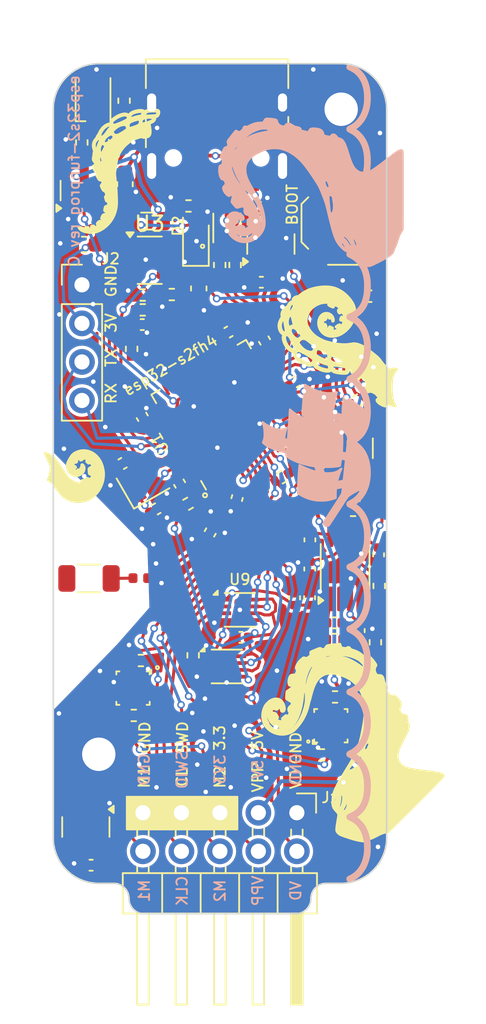
<source format=kicad_pcb>
(kicad_pcb (version 20221018) (generator pcbnew)
  (layers (0 "F.Cu" signal) (31 "B.Cu" signal) (34 "B.Paste" user) (35 "F.Paste" user) (36 "B.SilkS" user "B.Silkscreen") (37 "F.SilkS" user "F.Silkscreen") (38 "B.Mask" user) (39 "F.Mask" user) (44 "Edge.Cuts" user))
  (net 0 "")
  (net 1 "Net-(A1-Pad1)")
  (net 2 "GND")
  (net 3 "Net-(U1-LNA_IN)")
  (net 4 "Net-(U1-XTAL_P)")
  (net 5 "Net-(U1-XTAL_N)")
  (net 6 "Net-(U1-VDD_SPI)")
  (net 7 "VDD")
  (net 8 "VBUS")
  (net 9 "D+")
  (net 10 "D-")
  (net 11 "5VSW")
  (net 12 "MULTI2")
  (net 13 "3V3SW")
  (net 14 "SWIO")
  (net 15 "DAC1")
  (net 16 "SWCL")
  (net 17 "DAC2")
  (net 18 "TX")
  (net 19 "RX")
  (net 20 "CHIP_PU")
  (net 21 "GPIO0")
  (net 22 "+VSW")
  (net 23 "Net-(C18-Pad1)")
  (net 24 "SWPUC")
  (net 25 "SWPUD")
  (net 26 "VCCCTL3")
  (net 27 "VCCCTL5")
  (net 28 "VD1")
  (net 29 "Net-(D1-RK)")
  (net 30 "Net-(D1-GK)")
  (net 31 "Net-(D1-BK)")
  (net 32 "Net-(D2-A)")
  (net 33 "VPP1")
  (net 34 "Net-(J3-CC1)")
  (net 36 "Net-(J3-CC2)")
  (net 38 "Net-(Q1-G2)")
  (net 39 "Net-(Q2-G2)")
  (net 40 "Net-(U1-GPIO19)")
  (net 41 "Net-(U1-GPIO20)")
  (net 42 "Net-(U1-GPIO45)")
  (net 43 "Net-(U1-MTMS)")
  (net 44 "Net-(U1-MTDI)")
  (net 45 "Net-(U3-FB)")
  (net 46 "BOOSTV")
  (net 47 "Net-(U14-OUT1)")
  (net 49 "Net-(C1-Pad1)")
  (net 50 "VPI1")
  (net 53 "OD1")
  (net 54 "OEN1")
  (net 62 "OPEN1")
  (net 63 "BOOSTEN")
  (net 66 "MULTI1")
  (net 67 "V1FB")
  (net 68 "VD2")
  (net 69 "V2FB")
  (net 70 "VDDA")
  (net 78 "Net-(Q1-S2)")
  (footprint "Capacitor_SMD:C_0402_1005Metric" (layer "F.Cu") (at 164.47 94.36 90)
    (fp_text reference "C15" hide)
    (fp_text value "10p")
  )
  (footprint "Capacitor_SMD:C_0402_1005Metric" (layer "F.Cu") (at 163.19 99.35 90)
    (fp_text reference "C14" hide)
    (fp_text value "10p")
  )
  (footprint "Resistor_SMD:R_0402_1005Metric" (layer "F.Cu") (at 162.785 91.43 180)
    (fp_text reference "R21" hide)
    (fp_text value "15k")
  )
  (footprint "Resistor_SMD:R_0402_1005Metric" (layer "F.Cu") (at 154.9986 75.2636 -90)
    (fp_text reference "R9" hide)
    (fp_text value "22" hide)
  )
  (footprint "Resistor_SMD:R_0402_1005Metric" (layer "F.Cu") (at 151.894635 90.994436 -150)
    (fp_text reference "R6" hide)
    (fp_text value "5.1k" hide)
  )
  (footprint "Package_TO_SOT_SMD:SOT-23" (layer "F.Cu") (at 162.53 87.3375 90)
    (fp_text reference "Q4" hide)
    (fp_text value "2N7002")
  )
  (footprint "Resistor_SMD:R_0402_1005Metric" (layer "F.Cu") (at 148.9 77.24)
    (fp_text reference "R16" hide)
    (fp_text value "510")
  )
  (footprint "artwork:Tentacle1-Astronautilus" (layer "F.Cu") (at 147.65 68.48 125)
    (fp_text reference "G1" hide)
    (fp_text value "artwork" hide)
  )
  (footprint "Resistor_SMD:R_0402_1005Metric" (layer "F.Cu") (at 156.55 71.48)
    (fp_text reference "R11" hide)
    (fp_text value "5.1k" hide)
  )
  (footprint "Package_SO:MSOP-8_3x3mm_P0.65mm" (layer "F.Cu") (at 162.26 95.15 90)
    (fp_text reference "U5" hide)
    (fp_text value "COSNE5532")
  )
  (footprint "Capacitor_SMD:C_0402_1005Metric" (layer "F.Cu") (at 158.98 82.95 30)
    (fp_text reference "C16" hide)
    (fp_text value "1u")
  )
  (footprint "Resistor_SMD:R_0402_1005Metric" (layer "F.Cu") (at 147.04 67.17 90)
    (fp_text reference "R15" hide)
    (fp_text value "510")
  )
  (footprint "Resistor_SMD:R_0402_1005Metric" (layer "F.Cu") (at 158.081673 89.255 30)
    (fp_text reference "R1" hide)
    (fp_text value "10k" hide)
  )
  (footprint "Package_TO_SOT_SMD:SOT-666" (layer "F.Cu") (at 154.46 72.675 90)
    (fp_text reference "D4" hide)
    (fp_text value "USBLC6-2P6-TVS" hide)
  )
  (footprint "Capacitor_SMD:C_0402_1005Metric" (layer "F.Cu") (at 156.94 80.24 120)
    (fp_text reference "C9" hide)
    (fp_text value "1u" hide)
  )
  (footprint "Capacitor_SMD:C_0603_1608Metric" (layer "F.Cu") (at 152.6 76.81 -90)
    (fp_text reference "C25" hide)
    (fp_text value "10u")
  )
  (footprint "Capacitor_SMD:C_0402_1005Metric" (layer "F.Cu") (at 163.125 90.45)
    (fp_text reference "C21" hide)
    (fp_text value "10p")
  )
  (footprint "Capacitor_SMD:C_0402_1005Metric" (layer "F.Cu") (at 148.87 85.265692 120)
    (fp_text reference "C11" hide)
    (fp_text value "1u" hide)
  )
  (footprint "Resistor_SMD:R_0402_1005Metric" (layer "F.Cu") (at 148.780001 101.319999 180)
    (fp_text reference "R3" hide)
    (fp_text value "10k" hide)
  )
  (footprint "Capacitor_SMD:C_0402_1005Metric" (layer "F.Cu") (at 155.382501 99.795001 180)
    (fp_text reference "C5" hide)
    (fp_text value "1u" hide)
  )
  (footprint "Capacitor_SMD:C_0603_1608Metric" (layer "F.Cu") (at 145.02 73.91 180)
    (fp_text reference "C6" hide)
    (fp_text value "10u" hide)
  )
  (footprint "Capacitor_SMD:C_0603_1608Metric" (layer "F.Cu") (at 147.73 69.94 -90)
    (fp_text reference "C12" hide)
    (fp_text value "10u" hide)
  )
  (footprint "Package_DFN_QFN:DFN-8-1EP_2x2mm_P0.45mm_EP0.64x1.38mm" (layer "F.Cu") (at 155.312501 97.985001)
    (fp_text reference "U9")
    (fp_text value "AT8837" hide)
  )
  (footprint "Resistor_SMD:R_0402_1005Metric" (layer "F.Cu") (at 164.51 96.41 90)
    (fp_text reference "R22" hide)
    (fp_text value "5.1k")
  )
  (footprint "Resistor_SMD:R_0402_1005Metric" (layer "F.Cu") (at 150.82 77.21)
    (fp_text reference "R23" hide)
    (fp_text value "12k")
  )
  (footprint "Capacitor_SMD:C_0402_1005Metric" (layer "F.Cu") (at 148.87 79.19)
    (fp_text reference "C18" hide)
    (fp_text value "100n")
  )
  (footprint "Resistor_SMD:R_0402_1005Metric" (layer "F.Cu") (at 163.85 77.32)
    (fp_text reference "R5" hide)
    (fp_text value "5.1k" hide)
  )
  (footprint "Resistor_SMD:R_0402_1005Metric" (layer "F.Cu") (at 147.67 64.44 90)
    (fp_text reference "R14" hide)
    (fp_text value "510")
  )
  (footprint "Resistor_SMD:R_0402_1005Metric" (layer "F.Cu") (at 148.31 104.94)
    (fp_text reference "R7" hide)
    (fp_text value "10k" hide)
  )
  (footprint "Resistor_SMD:R_0402_1005Metric" (layer "F.Cu") (at 153.9826 75.2636 90)
    (fp_text reference "R10" hide)
    (fp_text value "22" hide)
  )
  (footprint "Resistor_SMD:R_0402_1005Metric" (layer "F.Cu") (at 160.734 107.541401)
    (fp_text reference "R4" hide)
    (fp_text value "10k" hide)
  )
  (footprint "Capacitor_SMD:C_0402_1005Metric" (layer "F.Cu") (at 159.925 95.2925 -90)
    (fp_text reference "C23" hide)
    (fp_text value "10p")
  )
  (footprint "Capacitor_SMD:C_0402_1005Metric" (layer "F.Cu") (at 153.354635 92.884436 60)
    (fp_text reference "C1" hide)
    (fp_text value "10p" hide)
  )
  (footprint "LED_SMD:LED_WS2812B-2020_PLCC4_2.0x2.0mm" (layer "F.Cu") (at 145.62 64.37 90)
    (fp_text reference "D1" hide)
    (fp_text value "LED_RAGB")
  )
  (footprint "Capacitor_SMD:C_0402_1005Metric" (layer "F.Cu") (at 161.555 98.84)
    (fp_text reference "C17" hide)
    (fp_text value "10p")
  )
  (footprint "Capacitor_SMD:C_0402_1005Metric" (layer "F.Cu") (at 147.57 88.34 30)
    (fp_text reference "C3" hide)
    (fp_text value "2.2p" hide)
  )
  (footprint "Resistor_SMD:R_0402_1005Metric" (layer "F.Cu") (at 148.9 78.22)
    (fp_text reference "R17" hide)
    (fp_text value "2.2k")
  )
  (footprint "Connector_USB:USB_C_Receptacle_HRO_TYPE-C-31-M-12" (layer "F.Cu") (at 153.81 65.61 180)
    (fp_text reference "J3" hide)
    (fp_text value "USB_C_Receptacle_USB2.0" hide)
  )
  (footprint "Resistor_SMD:R_0402_1005Metric" (layer "F.Cu") (at 152.23 100.98 90)
    (fp_text reference "R30" hide)
    (fp_text value "10k")
  )
  (footprint "Package_TO_SOT_SMD:SOT-23" (layer "F.Cu") (at 145.037502 70.36 90)
    (fp_text reference "U4" hide)
    (fp_text value "XC6206P332")
  )
  (footprint "Button_Switch_SMD:SW_SPST_TL3342" (layer "F.Cu") (at 162.13 72.5 90)
    (fp_text reference "SW1" hide)
    (fp_text value "TS-1187A-B-A-B" hide)
  )
  (footprint "Resistor_SMD:R_0402_1005Metric" (layer "F.Cu") (at 148.17 80.79 -90)
    (fp_text reference "R24" hide)
    (fp_text value "2.2k")
  )
  (footprint "Resistor_SMD:R_0402_1005Metric" (layer "F.Cu") (at 161.575 99.939999 180)
    (fp_text reference "R19" hide)
    (fp_text value "15k")
  )
  (footprint "Capacitor_SMD:C_0402_1005Metric" (layer "F.Cu") (at 155.13 90.62 -105)
    (fp_text reference "C13" hide)
    (fp_text value "1u")
  )
  (footprint "Capacitor_SMD:C_0402_1005Metric" (layer "F.Cu") (at 154.56 79.68 30)
    (fp_text reference "C4" hide)
    (fp_text value "1u" hide)
  )
  (footprint "Resistor_SMD:R_0402_1005Metric" (layer "F.Cu") (at 159.54 88.12 90)
    (fp_text reference "R2" hide)
    (fp_text value "10k" hide)
  )
  (footprint "cnhardware:DFN-6-2x2-SplitPad" (layer "F.Cu") (at 161.32 105.62)
    (fp_text reference "Q2" hide)
    (fp_text value "SE4625-PandN" hide)
  )
  (footprint "Capacitor_SMD:C_0402_1005Metric" (layer "F.Cu") (at 159.915 97.1925 90)
    (fp_text reference "C24" hide)
    (fp_text value "10p")
  )
  (footprint "MountingHole:MountingHole_2.2mm_M2_DIN965_Pad" (layer "F.Cu") (at 162 65)
    (fp_text reference "J4" hide)
    (fp_text value "MOUNT")
  )
  (footprint "Capacitor_SMD:C_0402_1005Metric" (layer "F.Cu") (at 149.804502 91.333971 -150)
    (fp_text reference "C2" hide)
    (fp_text value "2.2p" hide)
  )
  (footprint "cnhardware:ESP32S2" (layer "F.Cu") (at 154.398775 85.12634 120)
    (fp_text reference "U1")
    (fp_text value "ESP32-S2" hide)
  )
  (footprint "MountingHole:MountingHole_2.2mm_M2_DIN965_Pad" (layer "F.Cu") (at 146 107.5)
    (fp_text reference "J5" hide)
    (fp_text value "MOUNT")
  )
  (footprint "artwork:TentacleLarge-Astronautilus" (layer "F.Cu") (at 161.667088 104.086781 135)
    (fp_text reference "G6" hide)
    (fp_text value "artwork" hide)
  )
  (footprint "Resistor_SMD:R_0402_1005Metric" (layer "F.Cu") (at 163.11 84.19 30)
    (fp_text reference "R18" hide)
    (fp_text value "2.2k")
  )
  (footprint "Capacitor_SMD:C_0402_1005Metric" (layer "F.Cu") (at 158.925 97.1925 90)
    (fp_text reference "C22" hide)
    (fp_text value "100n")
  )
  (footprint "Resistor_SMD:R_0402_1005Metric" (layer "F.Cu") (at 164.26 100.12 -90)
    (fp_text reference "R20" hide)
    (fp_text value "5.1k")
  )
  (footprint "Package_TO_SOT_SMD:SOT-23" (layer "F.Cu") (at 157.36 73.8825 90)
    (fp_text reference "U2" hide)
    (fp_text value "XC6206P332")
  )
  (footprint "artwork:Tentacle4-Astronautilus" (layer "F.Cu") (at 140.814635 90.174436 -120)
    (fp_text reference "G4" hide)
    (fp_text value "artwork" hide)
  )
  (footprint "Capacitor_SMD:C_0402_1005Metric" (layer "F.Cu") (at 159.935 93.3725 -90)
    (fp_text reference "C7" hide)
    (fp_text value "100n")
  )
  (footprint "Diode_SMD:D_SOD-323" (layer "F.Cu") (at 152.41 73.7108 90)
    (fp_text reference "D2")
    (fp_text value "1N5819WS")
  )
  (footprint "Connector_PinHeader_2.54mm:PinHeader_1x04_P2.54mm_Vertical" (layer "F.Cu") (at 144.89 76.57)
    (fp_text reference "J2")
    (fp_text value "PGM")
  )
  (footprint "Package_TO_SOT_SMD:SOT-23" (layer "F.Cu") (at 145.1458 112.2911 -90)
    (fp_text reference "U6" hide)
    (fp_text value "XC6206P332")
  )
  (footprint "Connector_PinHeader_2.54mm:PinHeader_2x05_P2.54mm_Horizontal" (layer "F.Cu") (at 159.075 111.35 -90)
    (fp_text reference "J1")
    (fp_text value "OPGM")
  )
  (footprint "Resistor_SMD:R_1206_3216Metric" (layer "F.Cu") (at 145.354635 95.914436 180)
    (fp_text reference "A1" hide)
    (fp_text value "ANT" hide)
  )
  (footprint "Package_TO_SOT_SMD:SOT-23-6" (layer "F.Cu") (at 149.3625 74.95)
    (fp_text reference "U3")
    (fp_text value "MT3608")
  )
  (footprint "cnhardware:DFN-6-2x2-SplitPad" (layer "F.Cu") (at 148.26 103.14 180)
    (fp_text reference "Q1" hide)
    (fp_text value "SE4625-PandN" hide)
  )
  (footprint "Resistor_SMD:R_0402_1005Metric" (layer "F.Cu") (at 144.88 67.19 90)
    (fp_text reference "R13" hide)
    (fp_text value "510")
  )
  (footprint "Resistor_SMD:R_0402_1005Metric" (layer "F.Cu") (at 151.92 71.374 180)
    (fp_text reference "R12" hide)
    (fp_text value "5.1k" hide)
  )
  (footprint "Capacitor_SMD:C_0402_1005Metric" (layer "F.Cu") (at 156.73 76.4)
    (fp_text reference "C10" hide)
    (fp_text value "1u" hide)
  )
  (footprint "Capacitor_SMD:C_0402_1005Metric" (layer "F.Cu") (at 145.4938 114.808)
    (fp_text reference "C26" hide)
    (fp_text value "1u")
  )
  (footprint "Inductor_SMD:L_0805_2012Metric" (layer "F.Cu") (at 149.2 72.37 180)
    (fp_text reference "L2" hide)
    (fp_text value "4.7u500mA")
  )
  (footprint "Package_DFN_QFN:DFN-8-1EP_2x2mm_P0.45mm_EP0.64x1.38mm" (layer "F.Cu") (at 154.450001 101.715002)
    (fp_text reference "U14" hide)
    (fp_text value "AT8837")
  )
  (footprint "Inductor_SMD:L_0402_1005Metric" (layer "F.Cu") (at 148.744635 95.894436)
    (fp_text reference "L1" hide)
    (fp_text value "6.8nH")
  )
  (footprint "Resistor_SMD:R_0402_1005Metric" (layer "F.Cu") (at 161.594 103.7214 180)
    (fp_text reference "R8" hide)
    (fp_text value "10k" hide)
  )
  (footprint "Capacitor_SMD:C_0402_1005Metric" (layer "F.Cu") (at 151.334635 89.664436 -60)
    (fp_text reference "C8" hide)
    (fp_text value "1u" hide)
  )
  (footprint "artwork:Tentacle2-Astronautilus" (layer "F.Cu") (at 163.265892 79.056487 60)
    (fp_text reference "G2" hide)
    (fp_text value "artwork" hide)
  )
  (footprint "Crystal:Crystal_SMD_2016-4Pin_2.0x1.6mm" (layer "F.Cu") (at 148.918975 89.648152 30)
    (fp_text reference "Y1" hide)
    (fp_text value "40MHz" hide)
  )
  (footprint "artwork:TentacleLargeFlip-Astronautilus" (layer "B.Cu") (at 162.42 69.33)
    (fp_text reference "G5" hide)
    (fp_text value "artwork" hide)
  )
  (footprint "artwork:BoatOnWaterLarge-Astronautilus" (layer "B.Cu") (at 160.52 89.02 -90)
    (fp_text reference "G3" hide)
    (fp_text value "artwork" hide)
  )
  (gr_line (start 162.8394 114.579399) (end 161.8234 114.5794) (stroke (width 0.2)) (layer "F.Cu"))
  (gr_line (start 163.3474 113.563399) (end 163.347399 114.071398) (stroke (width 0.2)) (layer "F.Cu"))
  (gr_line (start 162.331399 114.071399) (end 162.839399 113.5634) (stroke (width 0.2)) (layer "F.Cu"))
  (gr_line (start 162.3314 115.0874) (end 162.331399 114.071399) (stroke (width 0.2)) (layer "F.Cu"))
  (gr_line (start 162.839399 113.5634) (end 163.3474 113.563399) (stroke (width 0.2)) (layer "F.Cu"))
  (gr_line (start 163.347399 114.071398) (end 162.8394 114.579399) (stroke (width 0.2)) (layer "F.Cu"))
  (gr_line (start 161.8234 114.5794) (end 162.3314 115.0874) (stroke (width 0.2)) (layer "F.Cu"))
  (gr_circle (center 149.87 101.79) (end 149.78 101.739999) (stroke (width 0.12)) (fill none) (layer "F.SilkS"))
  (gr_circle (center 152.85 74.03) (end 152.96 74) (stroke (width 0.12)) (fill none) (layer "F.SilkS"))
  (gr_rect (start 147.85 110.3) (end 155.15 112.45) (stroke (width 0.12)) (fill solid) (layer "F.SilkS"))
  (gr_circle (center 159.83 106.66) (end 159.91 106.68) (stroke (width 0.12)) (fill none) (layer "F.SilkS"))
  (gr_circle (center 153.014635 90.434436) (end 153.144635 90.474436) (stroke (width 0.12)) (fill none) (layer "F.SilkS"))
  (gr_line (start 159 118) (end 149 118) (stroke (width 0.1)) (layer "Edge.Cuts"))
  (gr_line (start 143 65) (end 143 113) (stroke (width 0.1)) (layer "Edge.Cuts"))
  (gr_arc (start 146 116) (mid 143.87868 115.12132) (end 143 113) (stroke (width 0.1)) (layer "Edge.Cuts"))
  (gr_arc (start 143 65) (mid 143.87868 62.87868) (end 146 62) (stroke (width 0.1)) (layer "Edge.Cuts"))
  (gr_arc (start 162 62) (mid 164.12132 62.87868) (end 165 65) (stroke (width 0.1)) (layer "Edge.Cuts"))
  (gr_line (start 146 116) (end 147 116) (stroke (width 0.1)) (layer "Edge.Cuts"))
  (gr_arc (start 147 116) (mid 147.707107 116.292893) (end 148 117) (stroke (width 0.1)) (layer "Edge.Cuts"))
  (gr_arc (start 165 113) (mid 164.12132 115.12132) (end 162 116) (stroke (width 0.1)) (layer "Edge.Cuts"))
  (gr_arc (start 160 117) (mid 159.707107 117.707107) (end 159 118) (stroke (width 0.1)) (layer "Edge.Cuts"))
  (gr_line (start 162 116) (end 161 116) (stroke (width 0.1)) (layer "Edge.Cuts"))
  (gr_arc (start 149 118) (mid 148.292893 117.707107) (end 148 117) (stroke (width 0.1)) (layer "Edge.Cuts"))
  (gr_arc (start 160 117) (mid 160.292893 116.292893) (end 161 116) (stroke (width 0.1)) (layer "Edge.Cuts"))
  (gr_line (start 146 62) (end 162 62) (stroke (width 0.1)) (layer "Edge.Cuts"))
  (gr_line (start 165 65) (end 165 113) (stroke (width 0.1)) (layer "Edge.Cuts"))
  (gr_text "VPP" (at 156.5 116.5 90) (layer "B.SilkS") (effects (font (size 0.7 0.7) (thickness 0.12)) (justify mirror)))
  (gr_text "GND" (at 149 108.5 90) (layer "B.SilkS") (effects (font (size 0.7 0.7) (thickness 0.12)) (justify mirror)))
  (gr_text "5V" (at 156.5 108.5 90) (layer "B.SilkS") (effects (font (size 0.7 0.7) (thickness 0.12)) (justify mirror)))
  (gr_text "M2" (at 154 116.5 90) (layer "B.SilkS") (effects (font (size 0.7 0.7) (thickness 0.12)) (justify mirror)))
  (gr_text "GND" (at 159 108.5 90) (layer "B.SilkS") (effects (font (size 0.7 0.7) (thickness 0.12)) (justify mirror)))
  (gr_text "esp32s2-funprog rev C" (at 144.3736 69.0626 90) (layer "B.SilkS") (effects (font (size 0.7 0.7) (thickness 0.12)) (justify mirror)))
  (gr_text "3V3" (at 154 108.5 90) (layer "B.SilkS") (effects (font (size 0.7 0.7) (thickness 0.12)) (justify mirror)))
  (gr_text "VD" (at 159 116.5 90) (layer "B.SilkS") (effects (font (size 0.7 0.7) (thickness 0.12)) (justify mirror)))
  (gr_text "SWIO" (at 151.5 108.5 90) (layer "B.SilkS") (effects (font (size 0.7 0.7) (thickness 0.12)) (justify mirror)))
  (gr_text "CLK" (at 151.5 116.5 90) (layer "B.SilkS") (effects (font (size 0.7 0.7) (thickness 0.12)) (justify mirror)))
  (gr_text "M1" (at 149 116.5 90) (layer "B.SilkS") (effects (font (size 0.7 0.7) (thickness 0.12)) (justify mirror)))
  (gr_text "M1" (at 149 109 90) (layer "F.SilkS") (effects (font (size 0.7 0.7) (thickness 0.12))))
  (gr_text "RX  TX  3V  GND" (at 146.81 79.83 90) (layer "F.SilkS") (effects (font (size 0.7 0.7) (thickness 0.12))))
  (gr_text "5V" (at 156.48 106.59 90) (layer "F.SilkS") (effects (font (size 0.7 0.7) (thickness 0.12))))
  (gr_text "esp32-s2fh4" (at 150.74 81.87 30) (layer "F.SilkS") (effects (font (size 0.7 0.7) (thickness 0.12))))
  (gr_text "GND" (at 149.04 106.41 90) (layer "F.SilkS") (effects (font (size 0.7 0.7) (thickness 0.12))))
  (gr_text "VD" (at 159.01 109.14 90) (layer "F.SilkS") (effects (font (size 0.7 0.7) (thickness 0.12))))
  (gr_text "3.3" (at 153.98 106.42 90) (layer "F.SilkS") (effects (font (size 0.7 0.7) (thickness 0.12))))
  (gr_text "VPP" (at 156.5 109 90) (layer "F.SilkS") (effects (font (size 0.7 0.7) (thickness 0.12))))
  (gr_text "CL" (at 151.5 109 90) (layer "F.SilkS") (effects (font (size 0.7 0.7) (thickness 0.12))))
  (gr_text "SWD" (at 151.53 106.41 90) (layer "F.SilkS") (effects (font (size 0.7 0.7) (thickness 0.12))))
  (gr_text "BOOT" (at 158.77 71.29 90) (layer "F.SilkS") (effects (font (size 0.7 0.7) (thickness 0.12))))
  (gr_text "M2" (at 154 109 90) (layer "F.SilkS") (effects (font (size 0.7 0.7) (thickness 0.12))))
  (gr_text "GND" (at 159.01 107.1 90) (layer "F.SilkS") (effects (font (size 0.7 0.7) (thickness 0.12))))
  (segment (start 148.259635 95.894436) (end 146.817135 95.914436) (width 0.2) (layer "F.Cu") (net 1))
  (segment (start 159.915 96.7125) (end 158.925 96.7125) (width 0.2) (layer "F.Cu") (net 2))
  (segment (start 162.83 95.95) (end 163.21 96.42) (width 0.2) (layer "F.Cu") (net 2))
  (segment (start 151.41 71.39) (end 150.75 70.8) (width 0.2) (layer "F.Cu") (net 2))
  (segment (start 159.915 96.7125) (end 159.925 95.7725) (width 0.2) (layer "F.Cu") (net 2))
  (segment (start 151.94 89.08) (end 151.574635 90.080128) (width 0.2) (layer "F.Cu") (net 2))
  (segment (start 164.26 99.61) (end 163.83 99.28) (width 0.2) (layer "F.Cu") (net 2))
  (segment (start 164.51 96.92) (end 163.235 97.2625) (width 0.2) (layer "F.Cu") (net 2))
  (segment (start 149.290001 101.319999) (end 148.91 102.09) (width 0.2) (layer "F.Cu") (net 2))
  (segment (start 150.321813 84.939834) (end 149.87 85.2) (width 0.2) (layer "F.Cu") (net 2))
  (segment (start 149.24 85.022235) (end 149.14 84.69) (width 0.2) (layer "F.Cu") (net 2))
  (segment (start 156.35 80.47) (end 156.42 80.96) (width 0.2) (layer "F.Cu") (net 2))
  (segment (start 156.41 74.82) (end 156.34 73.46) (width 0.2) (layer "F.Cu") (net 2))
  (segment (start 156.7 79.824308) (end 156.35 80.47) (width 0.2) (layer "F.Cu") (net 2))
  (segment (start 149.49 64.56) (end 158.13 64.56) (width 0.2) (layer "F.Cu") (net 2))
  (segment (start 157.124178 70.84) (end 157.24 69.685) (width 0.2) (layer "F.Cu") (net 2))
  (segment (start 150.220194 91.093971) (end 149.800193 89.774466) (width 0.2) (layer "F.Cu") (net 2))
  (segment (start 155.312501 97.985001) (end 155.142501 98.665001) (width 0.2) (layer "F.Cu") (net 2))
  (segment (start 154.398775 85.12634) (end 152.27 84.58) (width 0.2) (layer "F.Cu") (net 2))
  (segment (start 159.275 95.3425) (end 159.125 94.7525) (width 0.2) (layer "F.Cu") (net 2))
  (segment (start 161.78 95.75) (end 162.64 95.91381) (width 0.2) (layer "F.Cu") (net 2))
  (segment (start 150.220194 91.093971) (end 151.574635 90.080128) (width 0.2) (layer "F.Cu") (net 2))
  (segment (start 153.49 93.84) (end 152.43 94.76) (width 0.2) (layer "F.Cu") (net 2))
  (segment (start 159.98 95.76) (end 161.78 95.75) (width 0.2) (layer "F.Cu") (net 2))
  (segment (start 155.005767 91.083644) (end 154.71 91.49) (width 0.2) (layer "F.Cu") (net 2))
  (segment (start 149.35 79.19) (end 149.18 79.72) (width 0.2) (layer "F.Cu") (net 2))
  (segment (start 159.925 95.7725) (end 159.275 95.3425) (width 0.2) (layer "F.Cu") (net 2))
  (segment (start 160.224 107.541401) (end 159.075 111.35) (width 0.2) (layer "F.Cu") (net 2))
  (segment (start 154.32 92.91) (end 153.49 93.84) (width 0.2) (layer "F.Cu") (net 2))
  (segment (start 160.67 106.67) (end 160.470258 107.060258) (width 0.2) (layer "F.Cu") (net 2))
  (segment (start 164.47 94.84) (end 163.32 94.28) (width 0.2) (layer "F.Cu") (net 2))
  (segment (start 149.48 85.09) (end 149.24 85.022235) (width 0.2) (layer "F.Cu") (net 2))
  (segment (start 153.524998 102.390002) (end 153.98577 102.396216) (width 0.2) (layer "F.Cu") (net 2))
  (segment (start 155.142501 98.665001) (end 154.387501 98.660001) (width 0.2) (layer "F.Cu") (net 2))
  (segment (start 156.075737 81.155924) (end 156.42 80.96) (width 0.2) (layer "F.Cu") (net 2))
  (segment (start 148.932698 89.647302) (end 149.800193 89.774466) (width 0.2) (layer "F.Cu") (net 2))
  (segment (start 159.125 94.7525) (end 159.345 94.1425) (width 0.2) (layer "F.Cu") (net 2))
  (segment (start 160.470258 107.060258) (end 160.224 107.541401) (width 0.2) (layer "F.Cu") (net 2))
  (segment (start 156.35 80.47) (end 156.09 80.44) (width 0.2) (layer "F.Cu") (net 2))
  (segment (start 146.72 101.64) (end 147.71 100.43) (width 0.2) (layer "F.Cu") (net 2))
  (segment (start 150.75 70.8) (end 150.74 69.685) (width 0.2) (layer "F.Cu") (net 2))
  (segment (start 154.975692 79.44) (end 156.7 79.824308) (width 0.2) (layer "F.Cu") (net 2))
  (segment (start 159.915 96.7125) (end 160.59 96.78) (width 0.2) (layer "F.Cu") (net 2))
  (segment (start 157.24 69.685) (end 158.31 68.77) (width 0.2) (layer "F.Cu") (net 2))
  (segment (start 160.23 69.35) (end 158.13 68.74) (width 0.2) (layer "F.Cu") (net 2))
  (segment (start 156.25 76.4) (end 156.41 74.82) (width 0.2) (layer "F.Cu") (net 2))
  (segment (start 147.154308 88.58) (end 146.43 85.94) (width 0.2) (layer "F.Cu") (net 2))
  (segment (start 154.46 73.6) (end 154.45 73.02) (width 0.2) (layer "F.Cu") (net 2))
  (segment (start 163.21 96.42) (end 163.235 97.2625) (width 0.2) (layer "F.Cu") (net 2))
  (segment (start 149.290001 101.319999) (end 149.25 101.88) (width 0.2) (layer "F.Cu") (net 2))
  (segment (start 159.395692 82.71) (end 159.91 82.78) (width 0.2) (layer "F.Cu") (net 2))
  (segment (start 160.23 75.65) (end 160.23 69.35) (width 0.2) (layer "F.Cu") (net 2))
  (segment (start 150.56 69.655) (end 149.49 68.74) (width 0.2) (layer "F.Cu") (net 2))
  (segment (start 159.345 94.1425) (end 159.935 93.8525) (width 0.2) (layer "F.Cu") (net 2))
  (segment (start 154.975692 79.44) (end 152.6 77.585) (width 0.2) (layer "F.Cu") (net 2))
  (segment (start 153.525001 102.390002) (end 152.472501 102.385001) (width 0.2) (layer "F.Cu") (net 2))
  (segment (start 163.19 99.83) (end 163.83 99.28) (width 0.2) (layer "F.Cu") (net 2))
  (segment (start 158.13 64.56) (end 158.13 68.74) (width 0.2) (layer "F.Cu") (net 2))
  (segment (start 154.462502 101.050003) (end 155.142501 98.665001) (width 0.2) (layer "F.Cu") (net 2))
  (segment (start 147.71 100.43) (end 148.57 98.94) (width 0.2) (layer "F.Cu") (net 2))
  (segment (start 148.57 98.94) (end 151.61 95.48) (width 0.2) (layer "F.Cu") (net 2))
  (segment (start 150.49 90.32) (end 151.574635 90.080128) (width 0.2) (layer "F.Cu") (net 2))
  (segment (start 148 100.3) (end 147.71 100.43) (width 0.2) (layer "F.Cu") (net 2))
  (segment (start 163.83 99.28) (end 163.83 98.13) (width 0.2) (layer "F.Cu") (net 2))
  (segment (start 152.521813 88.750346) (end 151.94 89.08) (width 0.2) (layer "F.Cu") (net 2))
  (segment (start 149.24 85.022235) (end 148.63 84.85) (width 0.2) (layer "F.Cu") (net 2))
  (segment (start 148.037757 89.521838) (end 148.932698 89.647302) (width 0.2) (layer "F.Cu") (net 2))
  (segment (start 147.154308 88.58) (end 148.037757 89.521838) (width 0.2) (layer "F.Cu") (net 2))
  (segment (start 149.87 85.2) (end 149.48 85.09) (width 0.2) (layer "F.Cu") (net 2))
  (segment (start 152.6 77.585) (end 152.94 78.25) (width 0.2) (layer "F.Cu") (net 2))
  (segment (start 163.83 98.13) (end 163.235 97.2625) (width 0.2) (layer "F.Cu") (net 2))
  (segment (start 163.83 98.13) (end 164.06 99.23) (width 0.2) (layer "F.Cu") (net 2))
  (segment (start 157.06 71.48) (end 157.124178 70.84) (width 0.2) (layer "F.Cu") (net 2))
  (segment (start 153.98577 102.396216) (end 154.450001 101.715002) (width 0.2) (layer "F.Cu") (net 2))
  (segment (start 146 107.5) (end 146.72 101.64) (width 0.2) (layer "F.Cu") (net 2))
  (segment (start 151.61 95.48) (end 152.43 94.76) (width 0.2) (layer "F.Cu") (net 2))
  (segment (start 162.64 95.91381) (end 162.83 95.95) (width 0.2) (layer "F.Cu") (net 2))
  (segment (start 154.47 92.95) (end 154.71 91.49) (width 0.2) (layer "F.Cu") (net 2))
  (segment (start 144.9 76.04) (end 144.087502 71.2975) (width 0.2) (layer "F.Cu") (net 2))
  (segment (start 147.73 70.715) (end 148.45 70.445318) (width 0.2) (layer "F.Cu") (net 2))
  (segment (start 150.49 90.32) (end 149.800193 89.774466) (width 0.2) (layer "F.Cu") (net 2))
  (segment (start 144.087502 71.2975) (end 143.98 72.24) (width 0.2) (layer "F.Cu") (net 2))
  (segment (start 148.45 70.445318) (end 150.56 69.655) (width 0.2) (layer "F.Cu") (net 2))
  (segment (start 148.39 77.24) (end 147.94 76.95) (width 0.2) (layer "F.Cu") (net 2))
  (segment (start 156.25 76.4) (end 155.6 76.74) (width 0.2) (layer "F.Cu") (net 2))
  (segment (start 154.32 92.91) (end 154.47 92.95) (width 0.2) (layer "F.Cu") (net 2))
  (segment (start 154.398775 85.12634) (end 153.83 87.3) (width 0.2) (layer "F.Cu") (net 2))
  (via (at 150.19 78.01) (size 0.5) (drill 0.3) (layers "F.Cu" "B.Cu") (net 2))
  (via (at 156.62 85.72) (size 0.5) (drill 0.3) (layers "F.Cu" "B.Cu") (net 2))
  (via (at 143.4 78.52) (size 0.5) (drill 0.3) (layers "F.Cu" "B.Cu") (net 2))
  (via (at 152.5016 108.1786) (size 0.5) (drill 0.3) (layers "F.Cu" "B.Cu") (net 2))
  (via (at 150.14 96.22) (size 0.5) (drill 0.3) (layers "F.Cu" "B.Cu") (net 2))
  (via (at 158.4198 108.458) (size 0.5) (drill 0.3) (layers "F.Cu" "B.Cu") (net 2))
  (via (at 162.03 86.3) (size 0.5) (drill 0.3) (layers "F.Cu" "B.Cu") (net 2))
  (via (at 157.0482 109.0422) (size 0.5) (drill 0.3) (layers "F.Cu" "B.Cu") (net 2))
  (via (at 157.76 101.99) (size 0.5) (drill 0.3) (layers "F.Cu" "B.Cu") (net 2))
  (via (at 152.908 105.9942) (size 0.5) (drill 0.3) (layers "F.Cu" "B.Cu") (net 2))
  (via (at 152.27 84.58) (size 0.5) (drill 0.3) (layers "F.Cu" "B.Cu") (net 2))
  (via (at 154.71 91.49) (size 0.5) (drill 0.3) (layers "F.Cu" "B.Cu") (net 2))
  (via (at 153.0096 103.8352) (size 0.5) (drill 0.3) (layers "F.Cu" "B.Cu") (net 2))
  (via (at 143.7 87.37) (size 0.5) (drill 0.3) (layers "F.Cu" "B.Cu") (net 2))
  (via (at 146.7104 110.7186) (size 0.5) (drill 0.3) (layers "F.Cu" "B.Cu") (net 2))
  (via (at 145.04 89.18) (size 0.5) (drill 0.3) (layers "F.Cu" "B.Cu") (net 2))
  (via (at 147.94 76.95) (size 0.5) (drill 0.3) (layers "F.Cu" "B.Cu") (net 2))
  (via (at 145.64 82.95) (size 0.5) (drill 0.3) (layers "F.Cu" "B.Cu") (net 2))
  (via (at 158.37 73.49) (size 0.5) (drill 0.3) (layers "F.Cu" "B.Cu") (net 2))
  (via (at 153.0604 109.982) (size 0.5) (drill 0.3) (layers "F.Cu" "B.Cu") (net 2))
  (via (at 162.1 76.28) (size 0.5) (drill 0.3) (layers "F.Cu" "B.Cu") (net 2))
  (via (at 154.32 92.91) (size 0.5) (drill 0.3) (layers "F.Cu" "B.Cu") (net 2))
  (via (at 148.6662 108.1532) (size 0.5) (drill 0.3) (layers "F.Cu" "B.Cu") (net 2))
  (via (at 155.6 76.74) (size 0.5) (drill 0.3) (layers "F.Cu" "B.Cu") (net 2))
  (via (at 153.83 87.3) (size 0.5) (drill 0.3) (layers "F.Cu" "B.Cu") (net 2))
  (via (at 148.45 70.445318) (size 0.5) (drill 0.3) (layers "F.Cu" "B.Cu") (net 2))
  (via (at 156.34 73.46) (size 0.5) (drill 0.3) (layers "F.Cu" "B.Cu") (net 2))
  (via (at 163.32 94.28) (size 0.5) (drill 0.3) (layers "F.Cu" "B.Cu") (net 2))
  (via (at 164.06 99.23) (size 0.5) (drill 0.3) (layers "F.Cu" "B.Cu") (net 2))
  (via (at 161.12 82.63) (size 0.5) (drill 0.3) (layers "F.Cu" "B.Cu") (net 2))
  (via (at 150.75 70.8) (size 0.5) (drill 0.3) (layers "F.Cu" "B.Cu") (net 2))
  (via (at 162.49 102.84) (size 0.5) (drill 0.3) (layers "F.Cu" "B.Cu") (net 2))
  (via (at 145.85 62.38) (size 0.5) (drill 0.3) (layers "F.Cu" "B.Cu") (net 2))
  (via (at 148.85 92.64) (size 0.5) (drill 0.3) (layers "F.Cu" "B.Cu") (net 2))
  (via (at 152.94 78.25) (size 0.5) (drill 0.3) (layers "F.Cu" "B.Cu") (net 2))
  (via (at 159.82 99.91) (size 0.5) (drill 0.3) (layers "F.Cu" "B.Cu") (net 2))
  (via (at 157.124178 70.84) (size 0.5) (drill 0.3) (layers "F.Cu" "B.Cu") (net 2))
  (via (at 154.9654 105.6132) (size 0.5) (drill 0.3) (layers "F.Cu" "B.Cu") (net 2))
  (via (at 160.16 62.38) (size 0.5) (drill 0.3) (layers "F.Cu" "B.Cu") (net 2))
  (via (at 143.98 72.24) (size 0.5) (drill 0.3) (layers "F.Cu" "B.Cu") (net 2))
  (via (at 161.6 84.95) (size 0.5) (drill 0.3) (layers "F.Cu" "B.Cu") (net 2))
  (via (at 160.18 80.62) (size 0.5) (drill 0.3) (layers "F.Cu" "B.Cu") (net 2))
  (via (at 146.9898 102.743) (size 0.5) (drill 0.3) (layers "F.Cu" "B.Cu") (net 2))
  (via (at 153.18 71.75) (size 0.5) (drill 0.3) (layers "F.Cu" "B.Cu") (net 2))
  (via (at 158.14 76.16) (size 0.5) (drill 0.3) (layers "F.Cu" "B.Cu") (net 2))
  (via (at 148 100.3) (size 0.5) (drill 0.3) (layers "F.Cu" "B.Cu") (net 2))
  (via (at 158.12 78.02) (size 0.5) (drill 0.3) (layers "F.Cu" "B.Cu") (net 2))
  (via (at 155.83 79.05) (size 0.5) (drill 0.3) (layers "F.Cu" "B.Cu") (net 2))
  (via (at 157.6832 105.7148) (size 0.5) (drill 0.3) (layers "F.Cu" "B.Cu") (net 2))
  (via (at 160.72 102.7) (size 0.5) (drill 0.3) (layers "F.Cu" "B.Cu") (net 2))
  (via (at 143.37 104.81) (size 0.5) (drill 0.3) (layers "F.Cu" "B.Cu") (net 2))
  (via (at 154.7114 109.6772) (size 0.5) (drill 0.3) (layers "F.Cu" "B.Cu") (net 2))
  (via (at 160.86 83.98) (size 0.5) (drill 0.3) (layers "F.Cu" "B.Cu") (net 2))
  (via (at 164.43 113.6) (size 0.5) (drill 0.3) (layers "F.Cu" "B.Cu") (net 2))
  (via (at 144.37 114.69) (size 0.5) (drill 0.3) (layers "F.Cu" "B.Cu") (net 2))
  (via (at 149.85 66.23) (size 0.5) (drill 0.3) (layers "F.Cu" "B.Cu") (net 2))
  (via (at 152.45 73.69) (size 0.5) (drill 0.3) (layers "F.Cu" "B.Cu") (net 2))
  (via (at 159.91 82.78) (size 0.5) (drill 0.3) (layers "F.Cu" "B.Cu") (net 2))
  (via (at 153.39 91.5) (size 0.5) (drill 0.3) (layers "F.Cu" "B.Cu") (net 2))
  (via (at 146.08 102.01) (size 0.5) (drill 0.3) (layers "F.Cu" "B.Cu") (net 2))
  (via (at 149.18 79.72) (size 0.5) (drill 0.3) (layers "F.Cu" "B.Cu") (net 2))
  (via (at 143.4592 73.8378) (size 0.5) (drill 0.3) (layers "F.Cu" "B.Cu") (net 2))
  (via (at 155.312501 97.985001) (size 0.5) (drill 0.3) (layers "F.Cu" "B.Cu") (net 2))
  (via (at 156.09 80.44) (size 0.5) (drill 0.3) (layers "F.Cu" "B.Cu") (net 2))
  (via (at 152.1714 104.775) (size 0.5) (drill 0.3) (layers "F.Cu" "B.Cu") (net 2))
  (via (at 152.472501 102.385001) (size 0.5) (drill 0.3) (layers "F.Cu" "B.Cu") (net 2))
  (via (at 161.58 80.24) (size 0.5) (drill 0.3) (layers "F.Cu" "B.Cu") (net 2))
  (via (at 146.43 85.94) (size 0.5) (drill 0.3) (layers "F.Cu" "B.Cu") (net 2))
  (via (at 143.82 66.99) (size 0.5) (drill 0.3) (layers "F.Cu" "B.Cu") (net 2))
  (via (at 152.14 93.32) (size 0.5) (drill 0.3) (layers "F.Cu" "B.Cu") (net 2))
  (via (at 150.35 82.1) (size 0.5) (drill 0.3) (layers "F.Cu" "B.Cu") (net 2))
  (via (at 147.72 83.27) (size 0.5) (drill 0.3) (layers "F.Cu" "B.Cu") (net 2))
  (via (at 150.49 90.32) (size 0.5) (drill 0.3) (layers "F.Cu" "B.Cu") (net 2))
  (via (at 162.8902 108.204) (size 0.5) (drill 0.3) (layers "F.Cu" "B.Cu") (net 2))
  (via (at 164.56 66.57) (size 0.5) (drill 0.3) (layers "F.Cu" "B.Cu") (net 2))
  (via (at 154.95 83) (size 0.5) (drill 0.3) (layers "F.Cu" "B.Cu") (net 2))
  (via (at 149.8092 109.6772) (size 0.5) (drill 0.3) (layers "F.Cu" "B.Cu") (net 2))
  (via (at 148.28 67.18) (size 0.5) (drill 0.3) (layers "F.Cu" "B.Cu") (net 2))
  (via (at 154.45 73.02) (size 0.5) (drill 0.3) (layers "F.Cu" "B.Cu") (net 2))
  (via (at 153.0858 100.33) (size 0.5) (drill 0.3) (layers "F.Cu" "B.Cu") (net 2))
  (via (at 145.62 77.84) (size 0.5) (drill 0.3) (layers "F.Cu" "B.Cu") (net 2))
  (via (at 159.152331 94.86) (size 0.5) (drill 0.3) (layers "F.Cu" "B.Cu") (net 2))
  (via (at 146.77 89.78) (size 0.5) (drill 0.3) (layers "F.Cu" "B.Cu") (net 2))
  (via (at 149.12 81.14) (size 0.5) (drill 0.3) (layers "F.Cu" "B.Cu") (net 2))
  (via (at 149.78 94.93) (size 0.5) (drill 0.3) (layers "F.Cu" "B.Cu") (net 2))
  (via (at 153.63 98.83) (size 0.5) (drill 0.3) (layers "F.Cu" "B.Cu") (net 2))
  (via (at 149.1 74.91) (size 0.5) (drill 0.3) (layers "F.Cu" "B.Cu") (net 2))
  (via (at 149.25 101.88) (size 0.5) (drill 0.3) (layers "F.Cu" "B.Cu") (net 2))
  (via (at 149.59 93.66) (size 0.5) (drill 0.3) (layers "F.Cu" "B.Cu") (net 2))
  (via (at 149.14 84.69) (size 0.5) (drill 0.3) (layers "F.Cu" "B.Cu") (net 2))
  (via (at 150.5 91.91) (size 0.5) (drill 0.3) (layers "F.Cu" "B.Cu") (net 2))
  (via (at 164.34 79.79) (size 0.5) (drill 0.3) (layers "F.Cu" "B.Cu") (net 2))
  (via (at 160.59 96.78) (size 0.5) (drill 0.3) (layers "F.Cu" "B.Cu") (net 2))
  (via (at 154.44 102.77) (size 0.5) (drill 0.3) (layers "F.Cu" "B.Cu") (net 2))
  (via (at 160.470258 107.060258) (size 0.5) (drill 0.3) (layers "F.Cu" "B.Cu") (net 2))
  (via (at 151.6634 75.057) (size 0.5) (drill 0.3) (layers "F.Cu" "B.Cu") (net 2))
  (via (at 162.64 95.91381) (size 0.5) (drill 0.3) (layers "F.Cu" "B.Cu") (net 2))
  (segment (start 153.83 87.3) (end 156.62 85.72) (width 0.2) (layer "B.Cu") (net 2))
  (segment (start 152.45 73.69) (end 154.45 73.02) (width 0.2) (layer "B.Cu") (net 2))
  (segment (start 156.81 72.95) (end 157.25 72.36) (width 0.2) (layer "B.Cu") (net 2))
  (segment (start 153.79 72.59) (end 150.75 70.8) (width 0.2) (layer "B.Cu") (net 2))
  (segment (start 147.94 76.95) (end 148.86 75.09) (width 0.2) (layer "B.Cu") (net 2))
  (segment (start 152.1714 104.775) (end 152.98 104.27) (width 0.2) (layer "B.Cu") (net 2))
  (segment (start 149.18 79.72) (end 147.27 78.87) (width 0.2) (layer "B.Cu") (net 2))
  (segment (start 148.86 75.09) (end 149.1 74.91) (width 0.2) (layer "B.Cu") (net 2))
  (segment (start 162.14 86.19) (end 163.59 84.99) (width 0.2) (layer "B.Cu") (net 2))
  (segment (start 156.34 73.46) (end 156.81 72.95) (width 0.2) (layer "B.Cu") (net 2))
  (segment (start 154.95 83) (end 158.38 83.32) (width 0.2) (layer "B.Cu") (net 2))
  (segment (start 153.21 90.807939) (end 150.49 90.32) (width 0.2) (layer "B.Cu") (net 2))
  (segment (start 163.99 82.67) (end 163.62 82.58) (width 0.2) (layer "B.Cu") (net 2))
  (segment (start 154.95 83) (end 156.09 80.44) (width 0.2) (layer "B.Cu") (net 2))
  (segment (start 152.98 104.27) (end 152.472501 102.385001) (width 0.2) (layer "B.Cu") (net 2))
  (segment (start 148.915 111.35) (end 146 107.5) (width 0.2) (layer "B.Cu") (net 2))
  (segment (start 149.25 101.88) (end 149.3 103.23) (width 0.2) (layer "B.Cu") (net 2))
  (segment (start 164.21 83.26) (end 163.99 82.67) (width 0.2) (layer "B.Cu") (net 2))
  (segment (start 149.3 103.23) (end 150.75 104.74) (width 0.2) (layer "B.Cu") (net 2))
  (segment (start 148.45 70.445318) (end 145.36 70.91) (width 0.2) (layer "B.Cu") (net 2))
  (segment (start 158.38 83.32) (end 158.9 83.22) (width 0.2) (layer "B.Cu") (net 2))
  (segment (start 147.27 78.87) (end 147 78.13) (width 0.2) (layer "B.Cu") (net 2))
  (segment (start 159.85 104.75) (end 160.470258 107.060258) (width 0.2) (layer "B.Cu") (net 2))
  (segment (start 153.83 87.3) (end 153.21 90.807939) (width 0.2) (layer "B.Cu") (net 2))
  (segment (start 151.86 105.03) (end 152.1714 104.775) (width 0.2) (layer "B.Cu") (net 2))
  (segment (start 145.36 70.91) (end 143.98 72.24) (width 0.2) (layer "B.Cu") (net 2))
  (segment (start 158.9 83.22) (end 159.91 82.78) (width 0.2) (layer "B.Cu") (net 2))
  (segment (start 146.43 85.94) (end 149.14 84.69) (width 0.2) (layer "B.Cu") (net 2))
  (segment (start 153.12 76.9) (end 155.6 76.74) (width 0.2) (layer "B.Cu") (net 2))
  (segment (start 150.75 104.74) (end 151.86 105.03) (width 0.2) (layer "B.Cu") (net 2))
  (segment (start 162.66 86.26) (end 162.03 86.3) (width 0.2) (layer "B.Cu") (net 2))
  (segment (start 154.45 73.02) (end 153.79 72.59) (width 0.2) (layer "B.Cu") (net 2))
  (segment (start 160.59 96.78) (end 159.85 104.75) (width 0.2) (layer "B.Cu") (net 2))
  (segment (start 147.21 77.42) (end 147.94 76.95) (width 0.2) (layer "B.Cu") (net 2))
  (segment (start 163.32 94.28) (end 162.64 95.91381) (width 0.2) (layer "B.Cu") (net 2))
  (segment (start 149.49 68.74) (end 150.75 70.8) (width 0.2) (layer "B.Cu") (net 2))
  (segment (start 154.71 91.49) (end 153.21 90.807939) (width 0.2) (layer "B.Cu") (net 2))
  (segment (start 154.45 73.02) (end 156.34 73.46) (width 0.2) (layer "B.Cu") (net 2))
  (segment (start 164.06 99.23) (end 163.23 104.99) (width 0.2) (layer "B.Cu") (net 2))
  (segment (start 162.03 86.3) (end 162.14 86.19) (width 0.2) (layer "B.Cu") (net 2))
  (segment (start 163.23 104.99) (end 160.470258 107.060258) (width 0.2) (layer "B.Cu") (net 2))
  (segment (start 148 100.3) (end 149.25 101.88) (width 0.2) (layer "B.Cu") (net 2))
  (segment (start 163.59 84.99) (end 164.21 83.26) (width 0.2) (layer "B.Cu") (net 2))
  (segment (start 149.1 74.91) (end 152.45 73.69) (width 0.2) (layer "B.Cu") (net 2))
  (segment (start 152.27 84.58) (end 154.95 83) (width 0.2) (layer "B.Cu") (net 2))
  (segment (start 154.71 91.49) (end 159.152331 94.86) (width 0.2) (layer "B.Cu") (net 2))
  (segment (start 157.25 72.36) (end 157.124178 70.84) (width 0.2) (layer "B.Cu") (net 2))
  (segment (start 158.13 64.56) (end 162 65) (width 0.2) (layer "B.Cu") (net 2))
  (segment (start 147 78.13) (end 147.21 77.42) (width 0.2) (layer "B.Cu") (net 2))
  (segment (start 163.62 82.58) (end 161.12 82.63) (width 0.2) (layer "B.Cu") (net 2))
  (segment (start 152.94 78.25) (end 153.12 76.9) (width 0.2) (layer "B.Cu") (net 2))
  (segment (start 161.12 82.63) (end 159.91 82.78) (width 0.2) (layer "B.Cu") (net 2))
  (segment (start 154.212269 89.203302) (end 154.67 89.97) (width 0.2) (layer "F.Cu") (net 3))
  (segment (start 154.67 89.97) (end 153.594635 92.468744) (width 0.2) (layer "F.Cu") (net 3))
  (segment (start 149.046237 91.103763) (end 149.38881 91.573971) (width 0.2) (layer "F.Cu") (net 4))
  (segment (start 151.44 88.45) (end 152.121813 88.057526) (width 0.2) (layer "F.Cu") (net 4))
  (segment (start 150.84 88.7) (end 151.44 88.45) (width 0.2) (layer "F.Cu") (net 4))
  (segment (start 148.587757 90.474466) (end 149.046237 91.103763) (width 0.2) (layer "F.Cu") (net 4))
  (segment (start 150.36 88.99) (end 150.84 88.7) (width 0.2) (layer "F.Cu") (net 4))
  (via (at 150.36 88.99) (size 0.5) (drill 0.3) (layers "F.Cu" "B.Cu") (net 4))
  (via (at 149.046237 91.103763) (size 0.5) (drill 0.3) (layers "F.Cu" "B.Cu") (net 4))
  (segment (start 150.36 88.99) (end 149.046237 91.103763) (width 0.2) (layer "B.Cu") (net 4))
  (segment (start 149.250193 88.821838) (end 147.985692 88.1) (width 0.2) (layer "F.Cu") (net 5))
  (segment (start 150.2 88.49) (end 149.250193 88.821838) (width 0.2) (layer "F.Cu") (net 5))
  (segment (start 151.32 88.07) (end 150.2 88.49) (width 0.2) (layer "F.Cu") (net 5))
  (segment (start 151.921813 87.711115) (end 151.32 88.07) (width 0.2) (layer "F.Cu") (net 5))
  (segment (start 154.28 80.52) (end 154.144308 79.92) (width 0.2) (layer "F.Cu") (net 6))
  (segment (start 154.585281 81.049378) (end 154.28 80.52) (width 0.2) (layer "F.Cu") (net 6))
  (segment (start 152.321813 88.403936) (end 151.64 88.81) (width 0.2) (layer "F.Cu") (net 7))
  (segment (start 154.55 88.17) (end 155.02 87.78) (width 0.2) (layer "F.Cu") (net 7))
  (segment (start 154.85 89.48) (end 155.254233 90.156356) (width 0.2) (layer "F.Cu") (net 7))
  (segment (start 151.48 85.12) (end 152.61 87.13) (width 0.2) (layer "F.Cu") (net 7))
  (segment (start 145.845 73.37) (end 145.12 74.13) (width 0.2) (layer "F.Cu") (net 7))
  (segment (start 156.85 81.18) (end 157.18 80.655692) (width 0.2) (layer "F.Cu") (net 7))
  (segment (start 156.237501 97.310001) (end 157.067501 97.279033) (width 0.2) (layer "F.Cu") (net 7))
  (segment (start 154.15 89.89) (end 153.865859 89.403302) (width 0.2) (layer "F.Cu") (net 7))
  (segment (start 151.08 84.97) (end 151.48 85.12) (width 0.2) (layer "F.Cu") (net 7))
  (segment (start 162.36 83.98) (end 162.09 83.18) (width 0.2) (layer "F.Cu") (net 7))
  (segment (start 151.452962 91.249436) (end 152.16 91.45) (width 0.2) (layer "F.Cu") (net 7))
  (segment (start 149.97 85.61) (end 149.11 85.681384) (width 0.2) (layer "F.Cu") (net 7))
  (segment (start 152.9 88.06) (end 152.321813 88.403936) (width 0.2) (layer "F.Cu") (net 7))
  (segment (start 156.490238 101.798352) (end 156.620956 101.41194) (width 0.2) (layer "F.Cu") (net 7))
  (segment (start 155.374999 101.039998) (end 155.943491 100.905339) (width 0.2) (layer "F.Cu") (net 7))
  (segment (start 162.27 80.9) (end 163.34 77.32) (width 0.2) (layer "F.Cu") (net 7))
  (segment (start 154.558679 89.003302) (end 154.85 89.48) (width 0.2) (layer "F.Cu") (net 7))
  (segment (start 155.862501 99.795001) (end 156.3 99.5) (width 0.2) (layer "F.Cu") (net 7))
  (segment (start 151.25 84.13) (end 154.9 82.04) (width 0.2) (layer "F.Cu") (net 7))
  (segment (start 157.657501 98.060001) (end 157.461267 98.193767) (width 0.2) (layer "F.Cu") (net 7))
  (segment (start 157.461267 98.193767) (end 157.277501 98.319033) (width 0.2) (layer "F.Cu") (net 7))
  (segment (start 157.277501 98.319033) (end 156.927501 98.319033) (width 0.2) (layer "F.Cu") (net 7))
  (segment (start 150.521813 85.286244) (end 151.08 84.97) (width 0.2) (layer "F.Cu") (net 7))
  (segment (start 157.24 86.31) (end 157.75 85.88) (width 0.2) (layer "F.Cu") (net 7))
  (segment (start 154.905089 88.803302) (end 154.558679 89.003302) (width 0.2) (layer "F.Cu") (net 7))
  (segment (start 154.13 88.26) (end 154.558679 89.003302) (width 0.2) (layer "F.Cu") (net 7))
  (segment (start 155.854546 101.939405) (end 156.123372 102.013783) (width 0.2) (layer "F.Cu") (net 7))
  (segment (start 155.02 87.78) (end 157.24 86.31) (width 0.2) (layer "F.Cu") (net 7))
  (segment (start 154.9 82.04) (end 155.34 81.922667) (width 0.2) (layer "F.Cu") (net 7))
  (segment (start 151.08 84.97) (end 151.193333 84.41) (width 0.2) (layer "F.Cu") (net 7))
  (segment (start 155.34 81.922667) (end 155.65 81.84) (width 0.2) (layer "F.Cu") (net 7))
  (segment (start 156.1867 100.884096) (end 156.082501 100.893197) (width 0.2) (layer "F.Cu") (net 7))
  (segment (start 151.721813 87.364705) (end 152.2 87.1) (width 0.2) (layer "F.Cu") (net 7))
  (segment (start 152.2 87.1) (end 152.61 87.13) (width 0.2) (layer "F.Cu") (net 7))
  (segment (start 146.17 65.285) (end 145.91 68.85) (width 0.2) (layer "F.Cu") (net 7))
  (segment (start 156.96 84.7) (end 155.34 81.922667) (width 0.2) (layer "F.Cu") (net 7))
  (segment (start 151.193333 84.41) (end 150.91 84.21) (width 0.2) (layer "F.Cu") (net 7))
  (segment (start 153.56 88.15) (end 153.54 88.82) (width 0.2) (layer "F.Cu") (net 7))
  (segment (start 157.461267 98.193767) (end 157.682501 99.115001) (width 0.2) (layer "F.Cu") (net 7))
  (segment (start 162.09 83.18) (end 162.27 80.9) (width 0.2) (layer "F.Cu") (net 7))
  (segment (start 154.55 88.17) (end 154.13 88.26) (width 0.2) (layer "F.Cu") (net 7))
  (segment (start 153.56 88.15) (end 154.13 88.26) (width 0.2) (layer "F.Cu") (net 7))
  (segment (start 155.65 81.84) (end 156.275737 81.502334) (width 0.2) (layer "F.Cu") (net 7))
  (segment (start 162.668327 84.445) (end 162.36 83.98) (width 0.2) (layer "F.Cu") (net 7))
  (segment (start 152.95 87.63) (end 152.9 88.06) (width 0.2) (layer "F.Cu") (net 7))
  (segment (start 157.682501 99.115001) (end 157.352501 99.595001) (width 0.2) (layer "F.Cu") (net 7))
  (segment (start 151.64 88.81) (end 151.094635 89.248744) (width 0.2) (layer "F.Cu") (net 7))
  (segment (start 156.927501 98.319033) (end 156.667501 98.210001) (width 0.2) (layer "F.Cu") (net 7))
  (segment (start 156.667501 98.210001) (end 156.237501 98.210001) (width 0.2) (layer "F.Cu") (net 7))
  (segment (start 155.862501 99.795001) (end 156.082501 100.893197) (width 0.2) (layer "F.Cu") (net 7))
  (segment (start 145.845 73.37) (end 145.987502 71.2975) (width 0.2) (layer "F.Cu") (net 7))
  (segment (start 154.16 90.1) (end 154.15 89.89) (width 0.2) (layer "F.Cu") (net 7))
  (segment (start 157.352501 99.595001) (end 155.862501 99.795001) (width 0.2) (layer "F.Cu") (net 7))
  (segment (start 145.91 68.85) (end 145.987502 71.2975) (width 0.2) (layer "F.Cu") (net 7))
  (segment (start 152.53 91.373618) (end 153.1 90.98) (width 0.2) (layer "F.Cu") (net 7))
  (segment (start 150.521813 85.286244) (end 149.97 85.61) (width 0.2) (layer "F.Cu") (net 7))
  (segment (start 152.61 87.13) (end 152.95 87.63) (width 0.2) (layer "F.Cu") (net 7))
  (segment (start 157.067501 97.279033) (end 157.457501 97.270001) (width 0.2) (layer "F.Cu") (net 7))
  (segment (start 151 92.63) (end 151.452962 91.249436) (width 0.2) (layer "F.Cu") (net 7))
  (segment (start 155.374999 101.940002) (end 155.854546 101.939405) (width 0.2) (layer "F.Cu") (net 7))
  (segment (start 156.082501 100.893197) (end 155.943491 100.905339) (width 0.2) (layer "F.Cu") (net 7))
  (segment (start 156.123372 102.013783) (end 156.490238 101.798352) (width 0.2) (layer "F.Cu") (net 7))
  (segment (start 157.457501 97.270001) (end 157.677501 97.630001) (width 0.2) (layer "F.Cu") (net 7))
  (segment (start 156.275737 81.502334) (end 156.85 81.18) (width 0.2) (layer "F.Cu") (net 7))
  (segment (start 151.193333 84.41) (end 151.25 84.13) (width 0.2) (layer "F.Cu") (net 7))
  (segment (start 156.441507 101.042756) (end 156.1867 100.884096) (width 0.2) (layer "F.Cu") (net 7))
  (segment (start 153.1 90.98) (end 154.16 90.1) (width 0.2) (layer "F.Cu") (net 7))
  (segment (start 152.95 87.63) (end 153.56 88.15) (width 0.2) (layer "F.Cu") (net 7))
  (segment (start 157.677501 97.630001) (end 157.657501 98.060001) (width 0.2) (layer "F.Cu") (net 7))
  (segment (start 157.75 85.88) (end 156.96 84.7) (width 0.2) (layer "F.Cu") (net 7))
  (segment (start 152.16 91.45) (end 152.53 91.373618) (width 0.2) (layer "F.Cu") (net 7))
  (segment (start 156.620956 101.41194) (end 156.441507 101.042756) (width 0.2) (layer "F.Cu") (net 7))
  (segment (start 153.865859 89.403302) (end 153.54 88.82) (width 0.2) (layer "F.Cu") (net 7))
  (segment (start 154.905089 88.803302) (end 154.55 88.17) (width 0.2) (layer "F.Cu") (net 7))
  (via (at 162.36 83.98) (size 0.5) (drill 0.3) (layers "F.Cu" "B.Cu") (net 7))
  (via (at 156.3 99.5) (size 0.5) (drill 0.3) (layers "F.Cu" "B.Cu") (net 7))
  (via (at 150.91 84.21) (size 0.5) (drill 0.3) (layers "F.Cu" "B.Cu") (net 7))
  (via (at 157.75 85.88) (size 0.5) (drill 0.3) (layers "F.Cu" "B.Cu") (net 7))
  (via (at 145.12 74.13) (size 0.5) (drill 0.3) (layers "F.Cu" "B.Cu") (net 7))
  (via (at 151 92.63) (size 0.5) (drill 0.3) (layers "F.Cu" "B.Cu") (net 7))
  (segment (start 143.81 74.95) (end 143.63 76.04) (width 0.2) (layer "B.Cu") (net 7))
  (segment (start 143.68 77.63) (end 144.89 79.11) (width 0.2) (layer "B.Cu") (net 7))
  (segment (start 153.0604 99.2886) (end 153.543 99.9998) (width 0.2) (layer "B.Cu") (net 7))
  (segment (start 154.87 100.08) (end 156.3 99.5) (width 0.2) (layer "B.Cu") (net 7))
  (segment (start 151 92.63) (end 153.0604 99.2886) (width 0.2) (layer "B.Cu") (net 7))
  (segment (start 154.13 100.36) (end 154.87 100.08) (width 0.2) (layer "B.Cu") (net 7))
  (segment (start 143.63 76.04) (end 143.68 77.63) (width 0.2) (layer "B.Cu") (net 7))
  (segment (start 150.91 84.21) (end 144.89 79.11) (width 0.2) (layer "B.Cu") (net 7))
  (segment (start 153.543 99.9998) (end 154.13 100.36) (width 0.2) (layer "B.Cu") (net 7))
  (segment (start 162.36 83.98) (end 157.75 85.88) (width 0.2) (layer "B.Cu") (net 7))
  (segment (start 145.12 74.13) (end 143.81 74.95) (width 0.2) (layer "B.Cu") (net 7))
  (segment (start 161.716877 89.861112) (end 161.98 89.55) (width 0.25) (layer "F.Cu") (net 8))
  (segment (start 161.98 89.55) (end 162.25 88.84) (width 0.25) (layer "F.Cu") (net 8))
  (segment (start 151.4 67.36) (end 152.25 68.02) (width 0.25) (layer "F.Cu") (net 8))
  (segment (start 161.62 90.47) (end 161.716877 89.861112) (width 0.25) (layer "F.Cu") (net 8))
  (segment (start 162.9918 104.8766) (end 161.97 104.57) (width 0.25) (layer "F.Cu") (net 8))
  (segment (start 153.7 68.071327) (end 154.51 68.1) (width 0.25) (layer "F.Cu") (net 8))
  (segment (start 150.5 74.95) (end 149.7838 74.7268) (width 0.25) (layer "F.Cu") (net 8))
  (segment (start 154.51 68.1) (end 155.97 68.54) (width 0.25) (layer "F.Cu") (net 8))
  (segment (start 156.26 69.655) (end 156.313533 70.67) (width 0.25) (layer "F.Cu") (net 8))
  (segment (start 148.86 67.41) (end 150.03 67.21) (width 0.25) (layer "F.Cu") (net 8))
  (segment (start 149.4028 73.6092) (end 150.2625 72.37) (width 0.25) (layer "F.Cu") (net 8))
  (segment (start 162.12 87.44) (end 161.64 86.97) (width 0.25) (layer "F.Cu") (net 8))
  (segment (start 154.46 72.33) (end 154.5075 71.835) (width 0.2) (layer "F.Cu") (net 8))
  (segment (start 157.36 72.945) (end 156.36 72.38) (width 0.25) (layer "F.Cu") (net 8))
  (segment (start 159.4104 115.5954) (end 160.5534 114.9096) (width 0.25) (layer "F.Cu") (net 8))
  (segment (start 152.25 68.02) (end 153.7 68.071327) (width 0.25) (layer "F.Cu") (net 8))
  (segment (start 149.3774 74.3204) (end 149.4028 73.6092) (width 0.25) (layer "F.Cu") (net 8))
  (segment (start 145.1458 113.2286) (end 146.38501 114.14279) (width 0.25) (layer "F.Cu") (net 8))
  (segment (start 160.66 84.84) (end 160.22 84.11) (width 0.25) (layer "F.Cu") (net 8))
  (segment (start 161.41 85.81) (end 160.66 84.84) (width 0.25) (layer "F.Cu") (net 8))
  (segment (start 161.64 86.97) (end 161.379817 86.640248) (width 0.25) (layer "F.Cu") (net 8))
  (segment (start 150.1825 72.32) (end 149.9108 71.6026) (width 0.25) (layer "F.Cu") (net 8))
  (segment (start 149.7838 74.7268) (end 149.3774 74.3204) (width 0.25) (layer "F.Cu") (net 8))
  (segment (start 160.42 91.62) (end 161.62 90.47) (width 0.25) (layer "F.Cu") (net 8))
  (segment (start 151.57 68.58) (end 152.25 68.02) (width 0.25) (layer "F.Cu") (net 8))
  (segment (start 155.97 68.54) (end 156.26 69.655) (width 0.25) (layer "F.Cu") (net 8))
  (segment (start 160.5534 114.9096) (end 163.5252 109.8804) (width 0.25) (layer "F.Cu") (net 8))
  (segment (start 160.55 82.4) (end 158.552492 79.06522) (width 0.25) (layer "F.Cu") (net 8))
  (segment (start 151.36 69.655) (end 151.57 68.58) (width 0.25) (layer "F.Cu") (net 8))
  (segment (start 156.85 77.4) (end 157.21 76.4) (width 0.25) (layer "F.Cu") (net 8))
  (segment (start 162.25 88.84) (end 162.29 87.81) (width 0.25) (layer "F.Cu") (net 8))
  (segment (start 160.55 92.06) (end 160.42 91.62) (width 0.25) (layer "F.Cu") (net 8))
  (segment (start 146.38501 114.14279) (end 148.2852 115.5446) (width 0.25) (layer "F.Cu") (net 8))
  (segment (start 160.55 92.16) (end 160.55 92.06) (width 0.25) (layer "F.Cu") (net 8))
  (segment (start 147.73 69.165) (end 148.33 68.15) (width 0.25) (layer "F.Cu") (net 8))
  (segment (start 148.2852 115.5446) (end 159.4104 115.5954) (width 0.25) (layer "F.Cu") (net 8))
  (segment (start 161.551848 102.588152) (end 162.104 103.7214) (width 0.25) (layer "F.Cu") (net 8))
  (segment (start 161.379817 86.640248) (end 161.41 85.81) (width 0.25) (layer "F.Cu") (net 8))
  (segment (start 163.6268 106.68) (end 162.9918 104.8766) (width 0.25) (layer "F.Cu") (net 8))
  (segment (start 148.33 68.15) (end 148.86 67.41) (width 0.25) (layer "F.Cu") (net 8))
  (segment (start 161.97 104.57) (end 162.104 103.7214) (width 0.25) (layer "F.Cu") (net 8))
  (segment (start 163.5252 109.8804) (end 163.6268 106.68) (width 0.25) (layer "F.Cu") (net 8))
  (segment (start 154.46 71.75) (end 154.46 72.33) (width 0.25) (layer "F.Cu") (net 8))
  (segment (start 157.03 78.01) (end 156.85 77.4) (width 0.25) (layer "F.Cu") (net 8))
  (segment (start 162.29 87.81) (end 162.12 87.44) (width 0.25) (layer "F.Cu") (net 8))
  (segment (start 160.22 84.11) (end 160.55 82.4) (width 0.25) (layer "F.Cu") (net 8))
  (segment (start 158.552492 79.06522) (end 157.03 78.01) (width 0.25) (layer "F.Cu") (net 8))
  (segment (start 150.03 67.21) (end 151.4 67.36) (width 0.25) (layer "F.Cu") (net 8))
  (segment (start 145.9738 114.808) (end 146.38501 114.14279) (width 0.25) (layer "F.Cu") (net 8))
  (segment (start 157.21 76.4) (end 157.36 72.945) (width 0.25) (layer "F.Cu") (net 8))
  (segment (start 145.037502 69.4225) (end 144.53 69.43) (width 0.25) (layer "F.Cu") (net 8))
  (via (at 156.313533 70.67) (size 0.5) (drill 0.3) (layers "F.Cu" "B.Cu") (net 8))
  (via (at 154.46 72.33) (size 0.5) (drill 0.3) (layers "F.Cu" "B.Cu") (net 8))
  (via (at 160.55 92.16) (size 0.5) (drill 0.3) (layers "F.Cu" "B.Cu") (net 8))
  (via (at 156.36 72.38) (size 0.5) (drill 0.3) (layers "F.Cu" "B.Cu") (net 8))
  (via (at 161.551848 102.588152) (size 0.5) (drill 0.3) (layers "F.Cu" "B.Cu") (net 8))
  (via (at 148.33 68.15) (size 0.5) (drill 0.3) (layers "F.Cu" "B.Cu") (net 8))
  (via (at 144.53 69.43) (size 0.5) (drill 0.3) (layers "F.Cu" "B.Cu") (net 8))
  (via (at 153.7 68.071327) (size 0.5) (drill 0.3) (layers "F.Cu" "B.Cu") (net 8))
  (via (at 149.9108 71.6026) (size 0.5) (drill 0.3) (layers "F.Cu" "B.Cu") (net 8))
  (segment (start 148.78 69.91) (end 148.33 68.15) (width 0.25) (layer "B.Cu") (net 8))
  (segment (start 149.1 70.45) (end 148.78 69.91) (width 0.25) (layer "B.Cu") (net 8))
  (segment (start 144.53 69.43) (end 148.33 68.15) (width 0.25) (layer "B.Cu") (net 8))
  (segment (start 149.9108 71.6026) (end 149.1 70.45) (width 0.25) (layer "B.Cu") (net 8))
  (segment (start 156.36 72.38) (end 154.46 72.33) (width 0.25) (layer "B.Cu") (net 8))
  (segment (start 161.551848 102.588152) (end 161.54 94.76) (width 0.25) (layer "B.Cu") (net 8))
  (segment (start 156.36 72.38) (end 156.313533 70.67) (width 0.25) (layer "B.Cu") (net 8))
  (segment (start 161.54 94.76) (end 160.55 92.16) (width 0.25) (layer "B.Cu") (net 8))
  (segment (start 153.94 71.37) (end 153.9225 71.825) (width 0.2) (layer "F.Cu") (net 9))
  (segment (start 154.06 70.5) (end 153.94 71.37) (width 0.2) (layer "F.Cu") (net 9))
  (segment (start 153.94 71.37) (end 153.73 71.4) (width 0.2) (layer "F.Cu") (net 9))
  (segment (start 153.9225 73.525) (end 153.9826 74.7536) (width 0.2) (layer "F.Cu") (net 9))
  (segment (start 154.06 69.655) (end 154.06 70.5) (width 0.2) (layer "F.Cu") (net 9))
  (segment (start 153.06 70.68) (end 153.06 69.655) (width 0.2) (layer "F.Cu") (net 9))
  (segment (start 153.73 71.4) (end 153.06 70.68) (width 0.2) (layer "F.Cu") (net 9))
  (segment (start 153.74 72.51) (end 153.9225 71.825) (width 0.2) (layer "F.Cu") (net 9))
  (segment (start 153.9225 73.525) (end 153.74 72.51) (width 0.2) (layer "F.Cu") (net 9))
  (segment (start 153.9225 71.825) (end 153.73 71.4) (width 0.2) (layer "F.Cu") (net 9))
  (segment (start 154.9975 71.825) (end 154.93 71.23) (width 0.2) (layer "F.Cu") (net 10))
  (segment (start 154.64 70.8) (end 154.56 69.655) (width 0.2) (layer "F.Cu") (net 10))
  (segment (start 154.9975 71.825) (end 155.14 72.49) (width 0.2) (layer "F.Cu") (net 10))
  (segment (start 153.88 68.6) (end 153.59 68.78) (width 0.2) (layer "F.Cu") (net 10))
  (segment (start 154.56 69.655) (end 154.56 68.88) (width 0.2) (layer "F.Cu") (net 10))
  (segment (start 154.56 68.88) (end 154.33 68.63) (width 0.2) (layer "F.Cu") (net 10))
  (segment (start 154.9975 73.525) (end 155.14 72.49) (width 0.2) (layer "F.Cu") (net 10))
  (segment (start 153.59 68.78) (end 153.56 69.655) (width 0.2) (layer "F.Cu") (net 10))
  (segment (start 154.9975 73.525) (end 154.9986 74.7536) (width 0.2) (layer "F.Cu") (net 10))
  (segment (start 154.33 68.63) (end 153.88 68.6) (width 0.2) (layer "F.Cu") (net 10))
  (segment (start 154.93 71.23) (end 154.64 70.8) (width 0.2) (layer "F.Cu") (net 10))
  (segment (start 161.97 106.67) (end 161.77 105.62) (width 0.25) (layer "F.Cu") (net 11))
  (segment (start 162.1536 109.347) (end 161.97 106.67) (width 0.25) (layer "F.Cu") (net 11))
  (via (at 162.1536 109.347) (size 0.5) (drill 0.3) (layers "F.Cu" "B.Cu") (net 11))
  (segment (start 158.05 109.27) (end 156.535 111.35) (width 0.25) (layer "B.Cu") (net 11))
  (segment (start 162.1536 109.347) (end 158.05 109.27) (width 0.25) (layer "B.Cu") (net 11))
  (segment (start 152.3 96.02) (end 154.038093 94.496443) (width 0.2) (layer "F.Cu") (net 12))
  (segment (start 155.202631 93.421637) (end 156.67 90.12) (width 0.2) (layer "F.Cu") (net 12))
  (segment (start 154.038093 94.496443) (end 155.202631 93.421637) (width 0.2) (layer "F.Cu") (net 12))
  (segment (start 152.47 110.04) (end 151.83 108.19) (width 0.2) (layer "F.Cu") (net 12))
  (segment (start 151.43 104.24) (end 151.83 108.19) (width 0.2) (layer "F.Cu") (net 12))
  (segment (start 156.67 90.12) (end 156.329903 88.815787) (width 0.2) (layer "F.Cu") (net 12))
  (segment (start 152.88 112.59) (end 152.47 110.04) (width 0.2) (layer "F.Cu") (net 12))
  (segment (start 156.329903 88.815787) (end 155.94432 88.203302) (width 0.2) (layer "F.Cu") (net 12))
  (segment (start 150.76 97.72) (end 152.3 96.02) (width 0.2) (layer "F.Cu") (net 12))
  (segment (start 149.65 99.21) (end 150.76 97.72) (width 0.2) (layer "F.Cu") (net 12))
  (segment (start 153.995 113.89) (end 152.88 112.59) (width 0.2) (layer "F.Cu") (net 12))
  (via (at 149.65 99.21) (size 0.5) (drill 0.3) (layers "F.Cu" "B.Cu") (net 12))
  (via (at 151.43 104.24) (size 0.5) (drill 0.3) (layers "F.Cu" "B.Cu") (net 12))
  (segment (start 149.38 100.03) (end 149.65 99.21) (width 0.2) (layer "B.Cu") (net 12))
  (segment (start 149.94 100.59) (end 149.38 100.03) (width 0.2) (layer "B.Cu") (net 12))
  (segment (start 150.37 101.61) (end 149.94 100.59) (width 0.2) (layer "B.Cu") (net 12))
  (segment (start 150.37 101.61) (end 151.43 104.24) (width 0.2) (layer "B.Cu") (net 12))
  (segment (start 152.781 106.96) (end 152.97 107.63) (width 0.2) (layer "F.Cu") (net 13))
  (segment (start 147.05 105.05) (end 147.04 103.55) (width 0.2) (layer "F.Cu") (net 13))
  (segment (start 147.04 103.55) (end 147.81 103.14) (width 0.2) (layer "F.Cu") (net 13))
  (segment (start 152.97 107.63) (end 153.995 111.35) (width 0.2) (layer "F.Cu") (net 13))
  (segment (start 148.6916 107.182473) (end 148.19 106.41) (width 0.2) (layer "F.Cu") (net 13))
  (segment (start 147.61 102.09) (end 147.81 103.14) (width 0.2) (layer "F.Cu") (net 13))
  (segment (start 148.19 106.41) (end 147.05 105.05) (width 0.2) (layer "F.Cu") (net 13))
  (via (at 148.6916 107.182473) (size 0.5) (drill 0.3) (layers "F.Cu" "B.Cu") (net 13))
  (via (at 152.781 106.96) (size 0.5) (drill 0.3) (layers "F.Cu" "B.Cu") (net 13))
  (segment (start 152.781 106.96) (end 148.6916 107.182473) (width 0.2) (layer "B.Cu") (net 13))
  (segment (start 157.57 87.83) (end 157.98 88.02) (width 0.2) (layer "F.Cu") (net 14))
  (segment (start 150.95 102.1) (end 150.639112 104.7) (width 0.2) (layer "F.Cu") (net 14))
  (segment (start 151.04 100.93) (end 150.95 102.1) (width 0.2) (layer "F.Cu") (net 14))
  (segment (start 158.01 91.25) (end 156.24 94.79) (width 0.2) (layer "F.Cu") (net 14))
  (segment (start 158.46 90.84) (end 158.01 91.25) (width 0.2) (layer "F.Cu") (net 14))
  (segment (start 152.28 98.46) (end 151.04 100.93) (width 0.2) (layer "F.Cu") (net 14))
  (segment (start 157.329961 87.403302) (end 157.57 87.83) (width 0.2) (layer "F.Cu") (net 14))
  (segment (start 150.639112 104.7) (end 151.455 111.35) (width 0.2) (layer "F.Cu") (net 14))
  (segment (start 158.81 90.09) (end 159.41 89.26) (width 0.2) (layer "F.Cu") (net 14))
  (segment (start 159.41 89.26) (end 159.54 88.63) (width 0.2) (layer "F.Cu") (net 14))
  (segment (start 158.81 90.09) (end 158.46 90.84) (width 0.2) (layer "F.Cu") (net 14))
  (segment (start 156.24 94.79) (end 153.99 96.64) (width 0.2) (layer "F.Cu") (net 14))
  (segment (start 153.99 96.64) (end 152.28 98.46) (width 0.2) (layer "F.Cu") (net 14))
  (via (at 157.98 88.02) (size 0.5) (drill 0.3) (layers "F.Cu" "B.Cu") (net 14))
  (via (at 158.81 90.09) (size 0.5) (drill 0.3) (layers "F.Cu" "B.Cu") (net 14))
  (segment (start 158.39 88.69) (end 157.98 88.02) (width 0.2) (layer "B.Cu") (net 14))
  (segment (start 158.81 90.09) (end 158.39 88.69) (width 0.2) (layer "B.Cu") (net 14))
  (segment (start 163.19 98.87) (end 162.59 98.28) (width 0.2) (layer "F.Cu") (net 15))
  (segment (start 164.549899 92.419899) (end 164.69 92.18) (width 0.2) (layer "F.Cu") (net 15))
  (segment (start 164.69 92.18) (end 164.6 82.7) (width 0.2) (layer "F.Cu") (net 15))
  (segment (start 164.6 82.7) (end 164.13 82) (width 0.2) (layer "F.Cu") (net 15))
  (segment (start 158.95 81.81) (end 159.55 81.92) (width 0.2) (layer "F.Cu") (net 15))
  (segment (start 157.075737 82.887975) (end 158.18 82.19) (width 0.2) (layer "F.Cu") (net 15))
  (segment (start 158.18 82.19) (end 158.95 81.81) (width 0.2) (layer "F.Cu") (net 15))
  (via (at 159.55 81.92) (size 0.5) (drill 0.3) (layers "F.Cu" "B.Cu") (net 15))
  (via (at 162.59 98.28) (size 0.5) (drill 0.3) (layers "F.Cu" "B.Cu") (net 15))
  (via (at 164.549899 92.419899) (size 0.5) (drill 0.3) (layers "F.Cu" "B.Cu") (net 15))
  (via (at 164.13 82) (size 0.5) (drill 0.3) (layers "F.Cu" "B.Cu") (net 15))
  (segment (start 164.549899 92.419899) (end 162.59 98.28) (width 0.2) (layer "B.Cu") (net 15))
  (segment (start 159.55 81.92) (end 164.07 81.97) (width 0.2) (layer "B.Cu") (net 15))
  (segment (start 164.07 81.97) (end 164.13 82) (width 0.2) (layer "B.Cu") (net 15))
  (segment (start 151.91 98.3) (end 153.61 96.45) (width 0.2) (layer "F.Cu") (net 16))
  (segment (start 158.14 90.59) (end 158.2 90.08) (width 0.2) (layer "F.Cu") (net 16))
  (segment (start 150.23 104.68) (end 150.64 100.9) (width 0.2) (layer "F.Cu") (net 16))
  (segment (start 157.84 90.81) (end 158.14 90.59) (width 0.2) (layer "F.Cu") (net 16))
  (segment (start 158.2 90.08) (end 157.64 89.51) (width 0.2) (layer "F.Cu") (net 16))
  (segment (start 151.455 113.89) (end 150.31 112.37) (width 0.2) (layer "F.Cu") (net 16))
  (segment (start 156.63714 87.803302) (end 157.01 88.39) (width 0.2) (layer "F.Cu") (net 16))
  (segment (start 153.61 96.45) (end 155.97 94.44) (width 0.2) (layer "F.Cu") (net 16))
  (segment (start 155.97 94.44) (end 157.4 91.5) (width 0.2) (layer "F.Cu") (net 16))
  (segment (start 150.43 110.07) (end 150.23 104.68) (width 0.2) (layer "F.Cu") (net 16))
  (segment (start 157.01 88.39) (end 157.09 88.76) (width 0.2) (layer "F.Cu") (net 16))
  (segment (start 150.64 100.9) (end 151.91 98.3) (width 0.2) (layer "F.Cu") (net 16))
  (segment (start 157.2 88.97) (end 157.64 89.51) (width 0.2) (layer "F.Cu") (net 16))
  (segment (start 150.17 111.07) (end 150.43 110.07) (width 0.2) (layer "F.Cu") (net 16))
  (segment (start 157.09 88.76) (end 157.2 88.97) (width 0.2) (layer "F.Cu") (net 16))
  (segment (start 150.31 112.37) (end 150.17 111.07) (width 0.2) (layer "F.Cu") (net 16))
  (segment (start 157.4 91.5) (end 157.84 90.81) (width 0.2) (layer "F.Cu") (net 16))
  (segment (start 164.47 93.88) (end 163.235 93.0375) (width 0.2) (layer "F.Cu") (net 17))
  (segment (start 158.57 81.54) (end 159.2 81.22) (width 0.2) (layer "F.Cu") (net 17))
  (segment (start 163.33 81.31) (end 163.57 82.43) (width 0.2) (layer "F.Cu") (net 17))
  (segment (start 164.29 91.39) (end 163.78 91.96) (width 0.2) (layer "F.Cu") (net 17))
  (segment (start 157.88 81.93) (end 158.57 81.54) (width 0.2) (layer "F.Cu") (net 17))
  (segment (start 164.289891 89.010286) (end 164.29 91.39) (width 0.2) (layer "F.Cu") (net 17))
  (segment (start 163.57 82.43) (end 164.14 82.92) (width 0.2) (layer "F.Cu") (net 17))
  (segment (start 156.875737 82.541565) (end 157.88 81.93) (width 0.2) (layer "F.Cu") (net 17))
  (segment (start 163.78 91.96) (end 163.28 92.17) (width 0.2) (layer "F.Cu") (net 17))
  (segment (start 164.245276 84.310804) (end 164.289891 89.010286) (width 0.2) (layer "F.Cu") (net 17))
  (segment (start 164.14 82.92) (end 164.245276 84.310804) (width 0.2) (layer "F.Cu") (net 17))
  (segment (start 163.28 92.17) (end 163.235 93.0375) (width 0.2) (layer "F.Cu") (net 17))
  (via (at 163.33 81.31) (size 0.5) (drill 0.3) (layers "F.Cu" "B.Cu") (net 17))
  (via (at 159.2 81.22) (size 0.5) (drill 0.3) (layers "F.Cu" "B.Cu") (net 17))
  (segment (start 159.2 81.22) (end 163.33 81.31) (width 0.2) (layer "B.Cu") (net 17))
  (segment (start 150.68 86.59) (end 149.76 87.08) (width 0.2) (layer "F.Cu") (net 18))
  (segment (start 149.76 87.08) (end 148.79 87.23) (width 0.2) (layer "F.Cu") (net 18))
  (segment (start 151.121813 86.325475) (end 150.68 86.59) (width 0.2) (layer "F.Cu") (net 18))
  (via (at 148.79 87.23) (size 0.5) (drill 0.3) (layers "F.Cu" "B.Cu") (net 18))
  (segment (start 144.9 81.12) (end 143.72 83.29) (width 0.2) (layer "B.Cu") (net 18))
  (segment (start 143.88 84.86) (end 145.66 87.04) (width 0.2) (layer "B.Cu") (net 18))
  (segment (start 143.71 83.99) (end 143.88 84.86) (width 0.2) (layer "B.Cu") (net 18))
  (segment (start 143.72 83.29) (end 143.71 83.99) (width 0.2) (layer "B.Cu") (net 18))
  (segment (start 145.66 87.04) (end 148.79 87.23) (width 0.2) (layer "B.Cu") (net 18))
  (segment (start 150.1 87.54) (end 150.355901 87.262884) (width 0.2) (layer "F.Cu") (net 19))
  (segment (start 150.355901 87.262884) (end 150.95 86.89) (width 0.2) (layer "F.Cu") (net 19))
  (segment (start 150.95 86.89) (end 151.321813 86.671885) (width 0.2) (layer "F.Cu") (net 19))
  (via (at 150.1 87.54) (size 0.5) (drill 0.3) (layers "F.Cu" "B.Cu") (net 19))
  (segment (start 148.15 86.63) (end 145.89 86.68) (width 0.2) (layer "B.Cu") (net 19))
  (segment (start 148.91 86.66) (end 148.15 86.63) (width 0.2) (layer "B.Cu") (net 19))
  (segment (start 150.1 87.54) (end 148.91 86.66) (width 0.2) (layer "B.Cu") (net 19))
  (segment (start 145.89 86.68) (end 144.9 83.66) (width 0.2) (layer "B.Cu") (net 19))
  (segment (start 152.721813 89.096756) (end 152.34 89.32) (width 0.2) (layer "F.Cu") (net 20))
  (segment (start 152.34 89.32) (end 152.336308 90.739436) (width 0.2) (layer "F.Cu") (net 20))
  (segment (start 155.56 89.17) (end 155.53 89.45) (width 0.2) (layer "F.Cu") (net 21))
  (segment (start 163.5 83.14) (end 162.71 82.02) (width 0.2) (layer "F.Cu") (net 21))
  (segment (start 155.2515 88.603302) (end 155.56 89.17) (width 0.2) (layer "F.Cu") (net 21))
  (segment (start 164.03 75.65) (end 164.03 69.35) (width 0.2) (layer "F.Cu") (net 21))
  (segment (start 162.70768 81.010375) (end 164.36 77.32) (width 0.2) (layer "F.Cu") (net 21))
  (segment (start 164.36 77.32) (end 164.03 75.65) (width 0.2) (layer "F.Cu") (net 21))
  (segment (start 162.71 82.02) (end 162.70768 81.010375) (width 0.2) (layer "F.Cu") (net 21))
  (via (at 163.5 83.14) (size 0.5) (drill 0.3) (layers "F.Cu" "B.Cu") (net 21))
  (via (at 155.53 89.45) (size 0.5) (drill 0.3) (layers "F.Cu" "B.Cu") (net 21))
  (segment (start 163.12 84.59) (end 162.09 85.41) (width 0.2) (layer "B.Cu") (net 21))
  (segment (start 163.5 83.14) (end 163.12 84.59) (width 0.2) (layer "B.Cu") (net 21))
  (segment (start 162.09 85.41) (end 158.75 86.97) (width 0.2) (layer "B.Cu") (net 21))
  (segment (start 157.37 87.46) (end 155.53 89.45) (width 0.2) (layer "B.Cu") (net 21))
  (segment (start 158.75 86.97) (end 157.37 87.46) (width 0.2) (layer "B.Cu") (net 21))
  (segment (start 163.2 85.75) (end 163.21 86.99) (width 0.2) (layer "F.Cu") (net 22))
  (segment (start 163.21 86.99) (end 162.91 87.57) (width 0.2) (layer "F.Cu") (net 22))
  (segment (start 161.72 81.99) (end 161.67 83.23) (width 0.2) (layer "F.Cu") (net 22))
  (segment (start 162.36 84.98) (end 162.95 85.31) (width 0.2) (layer "F.Cu") (net 22))
  (segment (start 161.97 90.86) (end 161.590483 91.166773) (width 0.2) (layer "F.Cu") (net 22))
  (segment (start 159.935 92.8925) (end 161.285 93.0375) (width 0.2) (layer "F.Cu") (net 22))
  (segment (start 162.5 89.62) (end 162.13 89.99) (width 0.2) (layer "F.Cu") (net 22))
  (segment (start 153.78 77.48) (end 152.6 76.035) (width 0.2) (layer "F.Cu") (net 22))
  (segment (start 162.82 88.1) (end 162.5 89.62) (width 0.2) (layer "F.Cu") (net 22))
  (segment (start 161.67 83.23) (end 161.88 84.23) (width 0.2) (layer "F.Cu") (net 22))
  (segment (start 151.33 77.21) (end 152.6 76.035) (width 0.2) (layer "F.Cu") (net 22))
  (segment (start 161.590483 91.166773) (end 161.285 93.0375) (width 0.2) (layer "F.Cu") (net 22))
  (segment (start 161.88 84.23) (end 162.36 84.98) (width 0.2) (layer "F.Cu") (net 22))
  (segment (start 158.21 77.3) (end 159.54 78.59) (width 0.2) (layer "F.Cu") (net 22))
  (segment (start 162.95 85.31) (end 163.2 85.75) (width 0.2) (layer "F.Cu") (net 22))
  (segment (start 162.91 87.57) (end 162.82 88.1) (width 0.2) (layer "F.Cu") (net 22))
  (segment (start 159.54 78.59) (end 161.72 81.99) (width 0.2) (layer "F.Cu") (net 22))
  (segment (start 152.6 76.035) (end 152.41 74.64) (width 0.2) (layer "F.Cu") (net 22))
  (segment (start 162.13 89.99) (end 161.97 90.86) (width 0.2) (layer "F.Cu") (net 22))
  (via (at 158.21 77.3) (size 0.5) (drill 0.3) (layers "F.Cu" "B.Cu") (net 22))
  (via (at 153.78 77.48) (size 0.5) (drill 0.3) (layers "F.Cu" "B.Cu") (net 22))
  (segment (start 158.21 77.3) (end 153.78 77.48) (width 0.2) (layer "B.Cu") (net 22))
  (segment (start 148.17 80.28) (end 148.39 79.19) (width 0.2) (layer "F.Cu") (net 23))
  (segment (start 148.39 79.19) (end 148.39 78.22) (width 0.2) (layer "F.Cu") (net 23))
  (segment (start 158.45 87.7) (end 158.022781 87.003302) (width 0.2) (layer "F.Cu") (net 24))
  (segment (start 158.701673 88.865) (end 158.45 87.7) (width 0.2) (layer "F.Cu") (net 24))
  (segment (start 158.68 87.34) (end 159.54 87.61) (width 0.2) (layer "F.Cu") (net 25))
  (segment (start 158.369191 86.803302) (end 158.68 87.34) (width 0.2) (layer "F.Cu") (net 25))
  (segment (start 157.37 88.26) (end 157.59 88.59) (width 0.2) (layer "F.Cu") (net 26))
  (segment (start 151.44 98.2) (end 150.36 100.45) (width 0.2) (layer "F.Cu") (net 26))
  (segment (start 148.270001 101.319999) (end 148.26 102.09) (width 0.2) (layer "F.Cu") (net 26))
  (segment (start 155.76 93.98) (end 153.24 96.19) (width 0.2) (layer "F.Cu") (net 26))
  (segment (start 156.98355 87.603302) (end 157.37 88.26) (width 0.2) (layer "F.Cu") (net 26))
  (segment (start 148.75 100.67) (end 148.270001 101.319999) (width 0.2) (layer "F.Cu") (net 26))
  (segment (start 150.36 100.45) (end 148.75 100.67) (width 0.2) (layer "F.Cu") (net 26))
  (segment (start 157.64 90.3) (end 157.41 90.57) (width 0.2) (layer "F.Cu") (net 26))
  (segment (start 157.41 90.57) (end 155.76 93.98) (width 0.2) (layer "F.Cu") (net 26))
  (segment (start 153.24 96.19) (end 151.44 98.2) (width 0.2) (layer "F.Cu") (net 26))
  (via (at 157.64 90.3) (size 0.5) (drill 0.3) (layers "F.Cu" "B.Cu") (net 26))
  (via (at 157.59 88.59) (size 0.5) (drill 0.3) (layers "F.Cu" "B.Cu") (net 26))
  (segment (start 157.62 90.23) (end 157.59 88.59) (width 0.2) (layer "B.Cu") (net 26))
  (segment (start 157.64 90.3) (end 157.62 90.23) (width 0.2) (layer "B.Cu") (net 26))
  (segment (start 150.18 99.67) (end 150.98 98.12) (width 0.2) (layer "F.Cu") (net 27))
  (segment (start 157.13 90.2) (end 156.89 89.45) (width 0.2) (layer "F.Cu") (net 27))
  (segment (start 150.98 98.12) (end 152.83 96.05) (width 0.2) (layer "F.Cu") (net 27))
  (segment (start 156.69 88.7) (end 156.29073 88.003302) (width 0.2) (layer "F.Cu") (net 27))
  (segment (start 155.46 93.74) (end 156.76 91.04) (width 0.2) (layer "F.Cu") (net 27))
  (segment (start 156.89 89.45) (end 156.69 88.7) (width 0.2) (layer "F.Cu") (net 27))
  (segment (start 156.76 91.04) (end 157.13 90.2) (width 0.2) (layer "F.Cu") (net 27))
  (segment (start 151.93 103.67) (end 153.3144 105.0036) (width 0.2) (layer "F.Cu") (net 27))
  (segment (start 150.063788 99.847231) (end 150.18 99.67) (width 0.2) (layer "F.Cu") (net 27))
  (segment (start 152.83 96.05) (end 155.46 93.74) (width 0.2) (layer "F.Cu") (net 27))
  (segment (start 161.244 107.541401) (end 161.32 106.67) (width 0.2) (layer "F.Cu") (net 27))
  (segment (start 161.244 107.541401) (end 160.89 108.17) (width 0.2) (layer "F.Cu") (net 27))
  (segment (start 153.3144 105.0036) (end 156.13 107.26) (width 0.2) (layer "F.Cu") (net 27))
  (via (at 156.13 107.26) (size 0.5) (drill 0.3) (layers "F.Cu" "B.Cu") (net 27))
  (via (at 151.93 103.67) (size 0.5) (drill 0.3) (layers "F.Cu" "B.Cu") (net 27))
  (via (at 160.89 108.17) (size 0.5) (drill 0.3) (layers "F.Cu" "B.Cu") (net 27))
  (via (at 150.063788 99.847231) (size 0.5) (drill 0.3) (layers "F.Cu" "B.Cu") (net 27))
  (segment (start 150.063788 99.847231) (end 151.91 103.54) (width 0.2) (layer "B.Cu") (net 27))
  (segment (start 151.91 103.54) (end 151.93 103.67) (width 0.2) (layer "B.Cu") (net 27))
  (segment (start 160.89 108.17) (end 156.13 107.26) (width 0.2) (layer "B.Cu") (net 27))
  (segment (start 154.178 99.6188) (end 153.525001 101.040002) (width 0.2) (layer "F.Cu") (net 28))
  (segment (start 154.644442 97.046942) (end 154.387501 97.310001) (width 0.2) (layer "F.Cu") (net 28))
  (segment (start 161.065 99.939999) (end 161.075 98.84) (width 0.2) (layer "F.Cu") (net 28))
  (segment (start 157.69 96.9) (end 158.925 97.6725) (width 0.2) (layer "F.Cu") (net 28))
  (segment (start 154.807501 96.880001) (end 154.644442 97.046942) (width 0.2) (layer "F.Cu") (net 28))
  (segment (start 161.075 98.84) (end 161.285 97.2625) (width 0.2) (layer "F.Cu") (net 28))
  (segment (start 159.915 97.6725) (end 158.925 97.6725) (width 0.2) (layer "F.Cu") (net 28))
  (segment (start 156.267501 96.680001) (end 157.662501 96.895001) (width 0.2) (layer "F.Cu") (net 28))
  (segment (start 154.807501 96.880001) (end 156.267501 96.680001) (width 0.2) (layer "F.Cu") (net 28))
  (segment (start 161.285 97.2625) (end 159.915 97.6725) (width 0.2) (layer "F.Cu") (net 28))
  (via (at 154.178 99.6188) (size 0.5) (drill 0.3) (layers "F.Cu" "B.Cu") (net 28))
  (via (at 154.807501 96.880001) (size 0.5) (drill 0.3) (layers "F.Cu" "B.Cu") (net 28))
  (segment (start 154.178 99.6188) (end 154.807501 96.880001) (width 0.2) (layer "B.Cu") (net 28))
  (segment (start 145.07 65.285) (end 144.88 66.68) (width 0.2) (layer "F.Cu") (net 29))
  (segment (start 147.78 63.92) (end 146.17 63.455) (width 0.2) (layer "F.Cu") (net 30))
  (segment (start 146.15 64.37) (end 146.73 64.63) (width 0.2) (layer "F.Cu") (net 31))
  (segment (start 145.49 64.07) (end 146.15 64.37) (width 0.2) (layer "F.Cu") (net 31))
  (segment (start 146.98 65) (end 147.04 66.66) (width 0.2) (layer "F.Cu") (net 31))
  (segment (start 145.07 63.455) (end 145.49 64.07) (width 0.2) (layer "F.Cu") (net 31))
  (segment (start 146.73 64.63) (end 146.98 65) (width 0.2) (layer "F.Cu") (net 31))
  (segment (start 148.7932 72.6186) (end 148.5138 72.9234) (width 0.2) (layer "F.Cu") (net 32))
  (segment (start 148.7932 72.6186) (end 148.205 73.95) (width 0.2) (layer "F.Cu") (net 32))
  (segment (start 148.0575 72.32) (end 148.7932 72.6186) (width 0.2) (layer "F.Cu") (net 32))
  (segment (start 148.225 74) (end 148.4884 72.9488) (width 0.2) (layer "F.Cu") (net 32))
  (segment (start 148.225 74) (end 148.28 72.92) (width 0.2) (layer "F.Cu") (net 32))
  (segment (start 152.41 72.54) (end 151.48 72.71) (width 0.2) (layer "F.Cu") (net 32))
  (via (at 148.7932 72.6186) (size 0.5) (drill 0.3) (layers "F.Cu" "B.Cu") (net 32))
  (via (at 151.48 72.71) (size 0.5) (drill 0.3) (layers "F.Cu" "B.Cu") (net 32))
  (segment (start 151.48 72.71) (end 148.7932 72.6186) (width 0.2) (layer "B.Cu") (net 32))
  (segment (start 156.106276 103.78) (end 157.7848 107.2642) (width 0.2) (layer "F.Cu") (net 33))
  (segment (start 160 91.47) (end 161.31 89.9) (width 0.2) (layer "F.Cu") (net 33))
  (segment (start 157.86 109.49) (end 157.82 112.3) (width 0.2) (layer "F.Cu") (net 33))
  (segment (start 152.642501 98.745001) (end 152.302501 99.805001) (width 0.2) (layer "F.Cu") (net 33))
  (segment (start 157.7848 107.2642) (end 157.86 109.49) (width 0.2) (layer "F.Cu") (net 33))
  (segment (start 157.82 112.3) (end 159.075 113.89) (width 0.2) (layer "F.Cu") (net 33))
  (segment (start 159.2 92.24) (end 160 91.47) (width 0.2) (layer "F.Cu") (net 33))
  (segment (start 153.587501 97.990001) (end 152.642501 98.745001) (width 0.2) (layer "F.Cu") (net 33))
  (segment (start 158.55 95.31) (end 158.2 94.98) (width 0.2) (layer "F.Cu") (net 33))
  (segment (start 151.342501 101.875001) (end 151.512501 100.945001) (width 0.2) (layer "F.Cu") (net 33))
  (segment (start 153.857501 97.750001) (end 153.587501 97.990001) (width 0.2) (layer "F.Cu") (net 33))
  (segment (start 156.106276 103.78) (end 151.952501 103.025001) (width 0.2) (layer "F.Cu") (net 33))
  (segment (start 158.2 94.98) (end 158.09 94.56) (width 0.2) (layer "F.Cu") (net 33))
  (segment (start 151.512501 100.945001) (end 152.29 100.47) (width 0.2) (layer "F.Cu") (net 33))
  (segment (start 158.09 94.56) (end 159.2 92.24) (width 0.2) (layer "F.Cu") (net 33))
  (segment (start 151.952501 103.025001) (end 151.342501 101.875001) (width 0.2) (layer "F.Cu") (net 33))
  (segment (start 161.31 89.9) (end 161.58 88.275) (width 0.2) (layer "F.Cu") (net 33))
  (segment (start 152.302501 99.805001) (end 152.29 100.47) (width 0.2) (layer "F.Cu") (net 33))
  (segment (start 154.387501 97.760001) (end 153.857501 97.750001) (width 0.2) (layer "F.Cu") (net 33))
  (via (at 158.55 95.31) (size 0.5) (drill 0.3) (layers "F.Cu" "B.Cu") (net 33))
  (via (at 156.106276 103.78) (size 0.5) (drill 0.3) (layers "F.Cu" "B.Cu") (net 33))
  (segment (start 158.212501 99.105001) (end 158.812501 96.725001) (width 0.2) (layer "B.Cu") (net 33))
  (segment (start 156.106276 103.78) (end 156.5 102.66) (width 0.2) (layer "B.Cu") (net 33))
  (segment (start 157.132501 101.525001) (end 158.212501 99.105001) (width 0.2) (layer "B.Cu") (net 33))
  (segment (start 158.812501 96.725001) (end 158.55 95.31) (width 0.2) (layer "B.Cu") (net 33))
  (segment (start 156.5 102.66) (end 157.132501 101.525001) (width 0.2) (layer "B.Cu") (net 33))
  (segment (start 155.16 70.65) (end 155.09 70.5) (width 0.2) (layer "F.Cu") (net 34))
  (segment (start 155.16 70.65) (end 155.44 71.09) (width 0.2) (layer "F.Cu") (net 34))
  (segment (start 155.44 71.09) (end 156.04 71.48) (width 0.2) (layer "F.Cu") (net 34))
  (segment (start 155.09 70.5) (end 155.06 69.655) (width 0.2) (layer "F.Cu") (net 34))
  (segment (start 152.09 70.47) (end 152.2 71.05) (width 0.2) (layer "F.Cu") (net 36))
  (segment (start 152.06 69.655) (end 152.09 70.47) (width 0.2) (layer "F.Cu") (net 36))
  (segment (start 152.2 71.05) (end 152.43 71.39) (width 0.2) (layer "F.Cu") (net 36))
  (segment (start 148.26 104.19) (end 148.77 105.14) (width 0.2) (layer "F.Cu") (net 38))
  (segment (start 148.71 103.14) (end 148.26 104.19) (width 0.2) (layer "F.Cu") (net 38))
  (segment (start 148.26 104.19) (end 148.91 104.19) (width 0.2) (layer "F.Cu") (net 38))
  (segment (start 148.91 104.19) (end 148.71 103.14) (width 0.2) (layer "F.Cu") (net 38))
  (segment (start 148.77 105.14) (end 148.91 104.19) (width 0.2) (layer "F.Cu") (net 38))
  (segment (start 160.87 105.62) (end 161.32 104.57) (width 0.2) (layer "F.Cu") (net 39))
  (segment (start 161.32 104.57) (end 161.084 103.7214) (width 0.2) (layer "F.Cu") (net 39))
  (segment (start 161.32 104.57) (end 160.67 104.57) (width 0.2) (layer "F.Cu") (net 39))
  (segment (start 160.67 104.57) (end 160.87 105.62) (width 0.2) (layer "F.Cu") (net 39))
  (segment (start 158.25 79.34) (end 158.57 80.01) (width 0.2) (layer "F.Cu") (net 40))
  (segment (start 154.87 76.36) (end 154.89 76.85) (width 0.2) (layer "F.Cu") (net 40))
  (segment (start 158.45 80.86) (end 158.1 81.36) (width 0.2) (layer "F.Cu") (net 40))
  (segment (start 158.1 81.36) (end 156.675737 82.195154) (width 0.2) (layer "F.Cu") (net 40))
  (segment (start 158.56 80.42) (end 158.45 80.86) (width 0.2) (layer "F.Cu") (net 40))
  (segment (start 154.89 76.85) (end 155.08 77.29) (width 0.2) (layer "F.Cu") (net 40))
  (segment (start 155.08 77.29) (end 158.25 79.34) (width 0.2) (layer "F.Cu") (net 40))
  (segment (start 158.57 80.01) (end 158.56 80.42) (width 0.2) (layer "F.Cu") (net 40))
  (segment (start 154.9986 75.7736) (end 154.87 76.36) (width 0.2) (layer "F.Cu") (net 40))
  (segment (start 158.12 80.63) (end 158.19 80.16) (width 0.2) (layer "F.Cu") (net 41))
  (segment (start 157.85 81.05) (end 158.12 80.63) (width 0.2) (layer "F.Cu") (net 41))
  (segment (start 154.81 77.56) (end 154.27 76.96) (width 0.2) (layer "F.Cu") (net 41))
  (segment (start 154.05 76.38) (end 153.9826 75.7736) (width 0.2) (layer "F.Cu") (net 41))
  (segment (start 157.9 79.58) (end 154.81 77.56) (width 0.2) (layer "F.Cu") (net 41))
  (segment (start 154.27 76.96) (end 154.05 76.38) (width 0.2) (layer "F.Cu") (net 41))
  (segment (start 156.475737 81.848744) (end 157.85 81.05) (width 0.2) (layer "F.Cu") (net 41))
  (segment (start 158.19 80.16) (end 157.9 79.58) (width 0.2) (layer "F.Cu") (net 41))
  (segment (start 150.92 87.36) (end 151.521813 87.018295) (width 0.2) (layer "F.Cu") (net 42))
  (segment (start 145 71.57) (end 144.82 70.62) (width 0.2) (layer "F.Cu") (net 42))
  (segment (start 146.25 75.13) (end 146.36 84.69) (width 0.2) (layer "F.Cu") (net 42))
  (segment (start 144.18 68.85) (end 144.88 67.7) (width 0.2) (layer "F.Cu") (net 42))
  (segment (start 144.08 69.96) (end 143.98 69.4) (width 0.2) (layer "F.Cu") (net 42))
  (segment (start 145 71.57) (end 145.07 72.24) (width 0.2) (layer "F.Cu") (net 42))
  (segment (start 146.058673 74.851327) (end 146.25 75.13) (width 0.2) (layer "F.Cu") (net 42))
  (segment (start 143.98 69.4) (end 144.18 68.85) (width 0.2) (layer "F.Cu") (net 42))
  (segment (start 150.7 87.79) (end 150.92 87.36) (width 0.2) (layer "F.Cu") (net 42))
  (segment (start 150.21 88.09) (end 150.7 87.79) (width 0.2) (layer "F.Cu") (net 42))
  (segment (start 149.39 87.97) (end 150.21 88.09) (width 0.2) (layer "F.Cu") (net 42))
  (segment (start 144.82 70.62) (end 144.08 69.96) (width 0.2) (layer "F.Cu") (net 42))
  (segment (start 146.36 84.69) (end 148.41 87.66) (width 0.2) (layer "F.Cu") (net 42))
  (segment (start 148.41 87.66) (end 149.39 87.97) (width 0.2) (layer "F.Cu") (net 42))
  (via (at 145.07 72.24) (size 0.5) (drill 0.3) (layers "F.Cu" "B.Cu") (net 42))
  (via (at 146.058673 74.851327) (size 0.5) (drill 0.3) (layers "F.Cu" "B.Cu") (net 42))
  (segment (start 145.07 72.24) (end 146.058673 74.851327) (width 0.2) (layer "B.Cu") (net 42))
  (segment (start 146.54 68.76) (end 147.04 67.68) (width 0.2) (layer "F.Cu") (net 43))
  (segment (start 150.921813 85.979065) (end 150 86.5) (width 0.2) (layer "F.Cu") (net 43))
  (segment (start 150 86.5) (end 149.03 86.73) (width 0.2) (layer "F.Cu") (net 43))
  (segment (start 146.61 70.95) (end 146.54 68.76) (width 0.2) (layer "F.Cu") (net 43))
  (segment (start 146.740047 84.589261) (end 146.61 70.95) (width 0.2) (layer "F.Cu") (net 43))
  (segment (start 149.03 86.73) (end 148.45 86.64) (width 0.2) (layer "F.Cu") (net 43))
  (segment (start 148.45 86.64) (end 146.740047 84.589261) (width 0.2) (layer "F.Cu") (net 43))
  (segment (start 147.66 67.95) (end 147.35 68.33) (width 0.2) (layer "F.Cu") (net 44))
  (segment (start 147.67 64.95) (end 147.72 66.72) (width 0.2) (layer "F.Cu") (net 44))
  (segment (start 147.011865 68.701865) (end 146.92 68.83) (width 0.2) (layer "F.Cu") (net 44))
  (segment (start 148.980331 86.347865) (end 149.869345 86.148841) (width 0.2) (layer "F.Cu") (net 44))
  (segment (start 149.869345 86.148841) (end 150.721813 85.632654) (width 0.2) (layer "F.Cu") (net 44))
  (segment (start 147.35 68.33) (end 147.011865 68.701865) (width 0.2) (layer "F.Cu") (net 44))
  (segment (start 146.92 68.83) (end 147.02 72.14) (width 0.2) (layer "F.Cu") (net 44))
  (segment (start 148.630095 86.27823) (end 148.980331 86.347865) (width 0.2) (layer "F.Cu") (net 44))
  (segment (start 147.72 66.72) (end 147.66 67.95) (width 0.2) (layer "F.Cu") (net 44))
  (segment (start 147.108061 84.379256) (end 148.630095 86.27823) (width 0.2) (layer "F.Cu") (net 44))
  (segment (start 147.02 72.14) (end 147.108061 84.379256) (width 0.2) (layer "F.Cu") (net 44))
  (segment (start 149.41 77.24) (end 150.31 77.21) (width 0.2) (layer "F.Cu") (net 45))
  (segment (start 149.41 77.24) (end 148.225 75.9) (width 0.2) (layer "F.Cu") (net 45))
  (segment (start 149.41 78.22) (end 149.41 77.24) (width 0.2) (layer "F.Cu") (net 45))
  (segment (start 150.428359 83.449378) (end 150.08 82.84) (width 0.2) (layer "F.Cu") (net 46))
  (segment (start 150.08 82.84) (end 148.17 81.3) (width 0.2) (layer "F.Cu") (net 46))
  (segment (start 153.525001 101.490002) (end 152.29 101.49) (width 0.2) (layer "F.Cu") (net 47))
  (segment (start 152.39 94) (end 153.114635 93.300128) (width 0.2) (layer "F.Cu") (net 49))
  (segment (start 149.229635 95.894436) (end 150.48 95.38) (width 0.2) (layer "F.Cu") (net 49))
  (segment (start 150.48 95.38) (end 152.39 94) (width 0.2) (layer "F.Cu") (net 49))
  (segment (start 162.93 83.68) (end 163.58 84.04) (width 0.2) (layer "F.Cu") (net 50))
  (segment (start 162.67 83.16) (end 162.93 83.68) (width 0.2) (layer "F.Cu") (net 50))
  (segment (start 157.875737 84.273615) (end 159.05 83.65) (width 0.2) (layer "F.Cu") (net 50))
  (segment (start 163.64 87.04) (end 163.48 88.275) (width 0.2) (layer "F.Cu") (net 50))
  (segment (start 163.58 84.04) (end 163.64 87.04) (width 0.2) (layer "F.Cu") (net 50))
  (segment (start 159.05 83.65) (end 159.53 83.58) (width 0.2) (layer "F.Cu") (net 50))
  (via (at 162.67 83.16) (size 0.5) (drill 0.3) (layers "F.Cu" "B.Cu") (net 50))
  (via (at 159.53 83.58) (size 0.5) (drill 0.3) (layers "F.Cu" "B.Cu") (net 50))
  (segment (start 159.53 83.58) (end 162.67 83.16) (width 0.2) (layer "B.Cu") (net 50))
  (segment (start 160.2 88.12) (end 160.22 86.41) (width 0.2) (layer "F.Cu") (net 53))
  (segment (start 159.13 84.93) (end 158.475737 85.312846) (width 0.2) (layer "F.Cu") (net 53))
  (segment (start 155.87 102.59) (end 155.794088 102.424113) (width 0.2) (layer "F.Cu") (net 53))
  (segment (start 159.33 85) (end 159.13 84.93) (width 0.2) (layer "F.Cu") (net 53))
  (segment (start 156.85 94.42) (end 158.3 91.54) (width 0.2) (layer "F.Cu") (net 53))
  (segment (start 156.652501 98.665001) (end 157.022501 99.095001) (width 0.2) (layer "F.Cu") (net 53))
  (segment (start 158.3 91.54) (end 159.11 90.73) (width 0.2) (layer "F.Cu") (net 53))
  (segment (start 156.237501 98.660001) (end 156.652501 98.665001) (width 0.2) (layer "F.Cu") (net 53))
  (segment (start 159.11 90.73) (end 160.21 89.2) (width 0.2) (layer "F.Cu") (net 53))
  (segment (start 156.4894 96.1644) (end 156.85 94.42) (width 0.2) (layer "F.Cu") (net 53))
  (segment (start 160.21 89.2) (end 160.2 88.12) (width 0.2) (layer "F.Cu") (net 53))
  (segment (start 160.22 86.41) (end 159.33 85) (width 0.2) (layer "F.Cu") (net 53))
  (segment (start 155.794088 102.424113) (end 155.375 102.389999) (width 0.2) (layer "F.Cu") (net 53))
  (via (at 157.022501 99.095001) (size 0.5) (drill 0.3) (layers "F.Cu" "B.Cu") (net 53))
  (via (at 156.4894 96.1644) (size 0.5) (drill 0.3) (layers "F.Cu" "B.Cu") (net 53))
  (via (at 155.87 102.59) (size 0.5) (drill 0.3) (layers "F.Cu" "B.Cu") (net 53))
  (segment (start 156.332501 98.105001) (end 157.022501 99.095001) (width 0.2) (layer "B.Cu") (net 53))
  (segment (start 156.62 100.25) (end 157.022501 99.095001) (width 0.2) (layer "B.Cu") (net 53))
  (segment (start 155.87 102.59) (end 155.400383 101.146031) (width 0.2) (layer "B.Cu") (net 53))
  (segment (start 155.75 100.77) (end 156.62 100.25) (width 0.2) (layer "B.Cu") (net 53))
  (segment (start 156.4894 96.1644) (end 156.332501 98.105001) (width 0.2) (layer "B.Cu") (net 53))
  (segment (start 155.400383 101.146031) (end 155.75 100.77) (width 0.2) (layer "B.Cu") (net 53))
  (segment (start 160.59 89.38) (end 160.59 86.24) (width 0.2) (layer "F.Cu") (net 54))
  (segment (start 157.1244 95.8596) (end 157.26 94.5) (width 0.2) (layer "F.Cu") (net 54))
  (segment (start 159.05 84.54) (end 158.275737 84.966436) (width 0.2) (layer "F.Cu") (net 54))
  (segment (start 158.6 91.77) (end 159.39 91) (width 0.2) (layer "F.Cu") (net 54))
  (segment (start 157.107501 97.799033) (end 156.957501 97.770001) (width 0.2) (layer "F.Cu") (net 54))
  (segment (start 160.59 86.24) (end 159.51 84.6) (width 0.2) (layer "F.Cu") (net 54))
  (segment (start 157.26 94.5) (end 158.6 91.77) (width 0.2) (layer "F.Cu") (net 54))
  (segment (start 156.957501 97.770001) (end 156.237501 97.760001) (width 0.2) (layer "F.Cu") (net 54))
  (segment (start 159.39 91) (end 160.59 89.38) (width 0.2) (layer "F.Cu") (net 54))
  (segment (start 159.51 84.6) (end 159.05 84.54) (width 0.2) (layer "F.Cu") (net 54))
  (via (at 157.1244 95.8596) (size 0.5) (drill 0.3) (layers "F.Cu" "B.Cu") (net 54))
  (via (at 157.107501 97.799033) (size 0.5) (drill 0.3) (layers "F.Cu" "B.Cu") (net 54))
  (segment (start 157.1244 95.8596) (end 157.107501 97.799033) (width 0.2) (layer "B.Cu") (net 54))
  (segment (start 157.607 95.3008) (end 157.65 94.59) (width 0.2) (layer "F.Cu") (net 62))
  (segment (start 157.7086 96.3168) (end 157.607 95.3008) (width 0.2) (layer "F.Cu") (net 62))
  (segment (start 159.72 84.26) (end 158.95 84.13) (width 0.2) (layer "F.Cu") (net 62))
  (segment (start 155.374999 101.490002) (end 156.045265 101.44907) (width 0.2) (layer "F.Cu") (net 62))
  (segment (start 157.65 94.59) (end 158.9 92) (width 0.2) (layer "F.Cu") (net 62))
  (segment (start 160.97 89.61) (end 160.98 86) (width 0.2) (layer "F.Cu") (net 62))
  (segment (start 158.9 92) (end 159.65 91.29) (width 0.2) (layer "F.Cu") (net 62))
  (segment (start 159.65 91.29) (end 160.97 89.61) (width 0.2) (layer "F.Cu") (net 62))
  (segment (start 160.98 86) (end 159.72 84.26) (width 0.2) (layer "F.Cu") (net 62))
  (segment (start 158.95 84.13) (end 158.075737 84.620026) (width 0.2) (layer "F.Cu") (net 62))
  (via (at 156.045265 101.44907) (size 0.5) (drill 0.3) (layers "F.Cu" "B.Cu") (net 62))
  (via (at 157.7086 96.3168) (size 0.5) (drill 0.3) (layers "F.Cu" "B.Cu") (net 62))
  (segment (start 158.032501 97.225001) (end 157.792501 98.925001) (width 0.2) (layer "B.Cu") (net 62))
  (segment (start 157.7086 96.3168) (end 158.032501 97.225001) (width 0.2) (layer "B.Cu") (net 62))
  (segment (start 157.792501 98.925001) (end 156.72 101.14) (width 0.2) (layer "B.Cu") (net 62))
  (segment (start 156.72 101.14) (end 156.045265 101.44907) (width 0.2) (layer "B.Cu") (net 62))
  (segment (start 147.448579 79.87) (end 147.462247 82.179984) (width 0.2) (layer "F.Cu") (net 63))
  (segment (start 149.21 83.71) (end 149.84 84.75) (width 0.2) (layer "F.Cu") (net 63))
  (segment (start 147.5 78.65) (end 147.448579 79.87) (width 0.2) (layer "F.Cu") (net 63))
  (segment (start 147.61 78.2) (end 147.5 78.65) (width 0.2) (layer "F.Cu") (net 63))
  (segment (start 147.462247 82.179984) (end 149.21 83.71) (width 0.2) (layer "F.Cu") (net 63))
  (segment (start 149.56 76.03) (end 150.5 75.9) (width 0.2) (layer "F.Cu") (net 63))
  (segment (start 149.84 84.75) (end 150.121813 84.593424) (width 0.2) (layer "F.Cu") (net 63))
  (via (at 147.61 78.2) (size 0.5) (drill 0.3) (layers "F.Cu" "B.Cu") (net 63))
  (via (at 149.56 76.03) (size 0.5) (drill 0.3) (layers "F.Cu" "B.Cu") (net 63))
  (segment (start 147.61 78.2) (end 149.56 76.03) (width 0.2) (layer "B.Cu") (net 63))
  (segment (start 147.37 110.57) (end 147.25 111.8) (width 0.2) (layer "F.Cu") (net 66))
  (segment (start 147.25 111.8) (end 148.915 113.89) (width 0.2) (layer "F.Cu") (net 66))
  (segment (start 150.47 97.46) (end 152.13 95.6) (width 0.2) (layer "F.Cu") (net 66))
  (segment (start 149.85 108.88) (end 149.79 103.48) (width 0.2) (layer "F.Cu") (net 66))
  (segment (start 152.13 95.6) (end 154.47 93.59) (width 0.2) (layer "F.Cu") (net 66))
  (segment (start 154.47 93.59) (end 154.905931 93.178192) (width 0.2) (layer "F.Cu") (net 66))
  (segment (start 155.95 88.95) (end 155.59791 88.403302) (width 0.2) (layer "F.Cu") (net 66))
  (segment (start 149.79 103.48) (end 149.91 102.56) (width 0.2) (layer "F.Cu") (net 66))
  (segment (start 149.19 98.84) (end 150.47 97.46) (width 0.2) (layer "F.Cu") (net 66))
  (segment (start 154.905931 93.178192) (end 156.26 90.08) (width 0.2) (layer "F.Cu") (net 66))
  (segment (start 149.85 108.88) (end 147.37 110.57) (width 0.2) (layer "F.Cu") (net 66))
  (segment (start 148.82 100.04) (end 149.19 98.84) (width 0.2) (layer "F.Cu") (net 66))
  (segment (start 156.26 90.08) (end 155.95 88.95) (width 0.2) (layer "F.Cu") (net 66))
  (via (at 149.91 102.56) (size 0.5) (drill 0.3) (layers "F.Cu" "B.Cu") (net 66))
  (via (at 148.82 100.04) (size 0.5) (drill 0.3) (layers "F.Cu" "B.Cu") (net 66))
  (segment (start 148.82 100.04) (end 149.87 101.78) (width 0.2) (layer "B.Cu") (net 66))
  (segment (start 149.91 102.56) (end 149.87 101.78) (width 0.2) (layer "B.Cu") (net 66))
  (segment (start 162.035 98.84) (end 162.085 99.939999) (width 0.2) (layer "F.Cu") (net 67))
  (segment (start 162.7 100.77) (end 164.26 100.63) (width 0.2) (layer "F.Cu") (net 67))
  (segment (start 162.085 99.939999) (end 162.7 100.77) (width 0.2) (layer "F.Cu") (net 67))
  (segment (start 161.935 97.2625) (end 162.035 98.84) (width 0.2) (layer "F.Cu") (net 67))
  (segment (start 156.24 106.28) (end 155.92 105.94) (width 0.2) (layer "F.Cu") (net 68))
  (segment (start 156.81 107.37) (end 156.24 106.28) (width 0.2) (layer "F.Cu") (net 68))
  (segment (start 159.925 94.8125) (end 161.495 94.3925) (width 0.2) (layer "F.Cu") (net 68))
  (segment (start 156.535 113.89) (end 155.33 112.83) (width 0.2) (layer "F.Cu") (net 68))
  (segment (start 161.935 93.0375) (end 161.925 92.0525) (width 0.2) (layer "F.Cu") (net 68))
  (segment (start 161.495 94.3925) (end 161.855 94.0925) (width 0.2) (layer "F.Cu") (net 68))
  (segment (start 161.925 92.0525) (end 162.125 91.44) (width 0.2) (layer "F.Cu") (net 68))
  (segment (start 162.125 91.44) (end 162.645 90.45) (width 0.2) (layer "F.Cu") (net 68))
  (segment (start 155.33 112.83) (end 155.25 110.49) (width 0.2) (layer "F.Cu") (net 68))
  (segment (start 161.855 94.0925) (end 161.935 93.0375) (width 0.2) (layer "F.Cu") (net 68))
  (segment (start 156.61 108.16) (end 156.81 107.37) (width 0.2) (layer "F.Cu") (net 68))
  (segment (start 155.25 110.49) (end 156.61 108.16) (width 0.2) (layer "F.Cu") (net 68))
  (via (at 160.44 94.92) (size 0.5) (drill 0.3) (layers "F.Cu" "B.Cu") (net 68))
  (via (at 155.92 105.94) (size 0.5) (drill 0.3) (layers "F.Cu" "B.Cu") (net 68))
  (segment (start 157.64 104.91) (end 155.92 105.94) (width 0.2) (layer "B.Cu") (net 68))
  (segment (start 160.44 94.92) (end 158.08 103.68) (width 0.2) (layer "B.Cu") (net 68))
  (segment (start 158.08 103.68) (end 157.64 104.91) (width 0.2) (layer "B.Cu") (net 68))
  (segment (start 163.145 91.44) (end 163.605 90.45) (width 0.2) (layer "F.Cu") (net 69))
  (segment (start 162.69 94.48) (end 162.57 94.01) (width 0.2) (layer "F.Cu") (net 69))
  (segment (start 162.585 93.0375) (end 162.695 92.16) (width 0.2) (layer "F.Cu") (net 69))
  (segment (start 162.585 93.0375) (end 162.57 94.01) (width 0.2) (layer "F.Cu") (net 69))
  (segment (start 164.51 95.9) (end 162.69 94.48) (width 0.2) (layer "F.Cu") (net 69))
  (segment (start 162.695 92.16) (end 163.145 91.44) (width 0.2) (layer "F.Cu") (net 69))
  (segment (start 158.31 74.82) (end 158.88 76.01) (width 0.2) (layer "F.Cu") (net 70))
  (segment (start 158.6 82.66) (end 158.564308 83.19) (width 0.2) (layer "F.Cu") (net 70))
  (segment (start 157.675737 83.927205) (end 158.754308 83.31) (width 0.2) (layer "F.Cu") (net 70))
  (via (at 158.6 82.66) (size 0.5) (drill 0.3) (layers "F.Cu" "B.Cu") (net 70))
  (via (at 158.88 76.01) (size 0.5) (drill 0.3) (layers "F.Cu" "B.Cu") (net 70))
  (segment (start 159.58 79.4) (end 158.62 80.84) (width 0.2) (layer "B.Cu") (net 70))
  (segment (start 158.62 80.84) (end 158.6 82.66) (width 0.2) (layer "B.Cu") (net 70))
  (segment (start 158.88 76.01) (end 159.95 77.82) (width 0.2) (layer "B.Cu") (net 70))
  (segment (start 159.95 77.82) (end 159.58 79.4) (width 0.2) (layer "B.Cu") (net 70))
  (segment (start 148.55 106.01) (end 148.9964 106.4514) (width 0.2) (layer "F.Cu") (net 78))
  (segment (start 149.3266 108.3818) (end 148.8694 109.0676) (width 0.2) (layer "F.Cu") (net 78))
  (segment (start 145.9992 110.0836) (end 147.4216 109.9312) (width 0.2) (layer "F.Cu") (net 78))
  (segment (start 149.4028 107.7976) (end 149.3266 108.3818) (width 0.2) (layer "F.Cu") (net 78))
  (segment (start 147.75 105.14) (end 148.55 106.01) (width 0.2) (layer "F.Cu") (net 78))
  (segment (start 147.4216 109.9312) (end 148.8694 109.0676) (width 0.2) (layer "F.Cu") (net 78))
  (segment (start 144.1958 111.3536) (end 145.034 110.4138) (width 0.2) (layer "F.Cu") (net 78))
  (segment (start 149.2504 107.0864) (end 149.4028 107.7976) (width 0.2) (layer "F.Cu") (net 78))
  (segment (start 148.9964 106.4514) (end 149.2504 107.0864) (width 0.2) (layer "F.Cu") (net 78))
  (segment (start 147.61 104.19) (end 147.75 105.14) (width 0.2) (layer "F.Cu") (net 78))
  (segment (start 145.034 110.4138) (end 145.9992 110.0836) (width 0.2) (layer "F.Cu") (net 78))
  (zone (net 0) (net_name "") (layers "F&B.Cu") (connect_pads (clearance 0)) (min_thickness 0.254)
    (keepout (tracks allowed) (vias allowed) (pads allowed) (copperpour not_allowed) (footprints allowed))
    (fill (thermal_gap 0.508) (thermal_bridge_width 0.508))
    (polygon (pts (xy 149.214635 93.934436) (xy 149.344635 97.834436) (xy 147.234635 100.234436) (xy 142.994635 104.594436) (xy 142.994635 91.884436) (xy 142.994635 87.594436)))
  )
  (zone (net 2) (net_name "GND") (layers "F&B.Cu") (connect_pads yes (clearance 0.22)) (min_thickness 0.22) (fill yes (thermal_gap 0.22) (thermal_bridge_width 0.22))
    (polygon (pts (xy 171.555349 57.804366) (xy 171.58 124.34) (xy 139.48 125.28) (xy 140.28 57.88)))
  )
)
</source>
